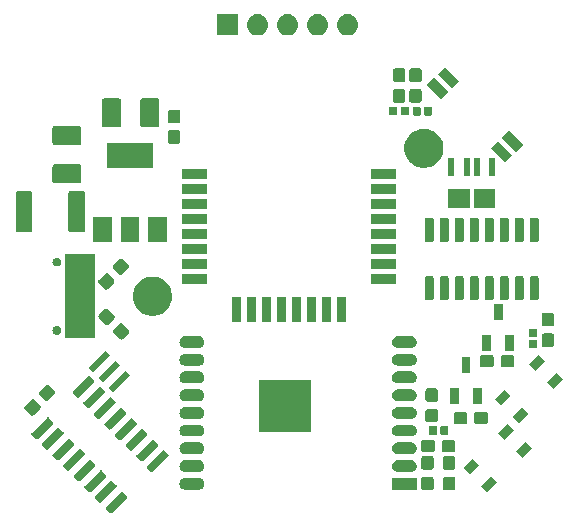
<source format=gbr>
%TF.GenerationSoftware,KiCad,Pcbnew,(5.1.4-0-10_14)*%
%TF.CreationDate,2019-11-19T00:54:02+08:00*%
%TF.ProjectId,z2m_partner,7a326d5f-7061-4727-946e-65722e6b6963,rev?*%
%TF.SameCoordinates,Original*%
%TF.FileFunction,Soldermask,Top*%
%TF.FilePolarity,Negative*%
%FSLAX46Y46*%
G04 Gerber Fmt 4.6, Leading zero omitted, Abs format (unit mm)*
G04 Created by KiCad (PCBNEW (5.1.4-0-10_14)) date 2019-11-19 00:54:02*
%MOMM*%
%LPD*%
G04 APERTURE LIST*
%ADD10C,0.350000*%
G04 APERTURE END LIST*
D10*
G36*
X170548225Y-119412063D02*
G01*
X170569306Y-119418459D01*
X170588742Y-119428847D01*
X170610539Y-119446735D01*
X170938444Y-119774640D01*
X170956332Y-119796437D01*
X170966720Y-119815873D01*
X170973116Y-119836954D01*
X170975275Y-119858882D01*
X170973116Y-119880810D01*
X170966720Y-119901891D01*
X170956332Y-119921327D01*
X170938444Y-119943124D01*
X169655945Y-121225623D01*
X169634148Y-121243511D01*
X169614712Y-121253899D01*
X169593631Y-121260295D01*
X169571703Y-121262454D01*
X169549775Y-121260295D01*
X169528694Y-121253899D01*
X169509258Y-121243511D01*
X169487461Y-121225623D01*
X169159556Y-120897718D01*
X169141668Y-120875921D01*
X169131280Y-120856485D01*
X169124884Y-120835404D01*
X169122725Y-120813476D01*
X169124884Y-120791548D01*
X169131280Y-120770467D01*
X169141668Y-120751031D01*
X169159556Y-120729234D01*
X170442055Y-119446735D01*
X170463852Y-119428847D01*
X170483288Y-119418459D01*
X170504369Y-119412063D01*
X170526297Y-119409904D01*
X170548225Y-119412063D01*
X170548225Y-119412063D01*
G37*
G36*
X169650200Y-118514037D02*
G01*
X169671281Y-118520433D01*
X169690717Y-118530821D01*
X169712514Y-118548709D01*
X170040419Y-118876614D01*
X170058307Y-118898411D01*
X170068695Y-118917847D01*
X170075091Y-118938928D01*
X170077250Y-118960856D01*
X170075091Y-118982784D01*
X170068695Y-119003865D01*
X170058307Y-119023301D01*
X170040419Y-119045098D01*
X168757920Y-120327597D01*
X168736123Y-120345485D01*
X168716687Y-120355873D01*
X168695606Y-120362269D01*
X168673678Y-120364428D01*
X168651750Y-120362269D01*
X168630669Y-120355873D01*
X168611233Y-120345485D01*
X168589436Y-120327597D01*
X168261531Y-119999692D01*
X168243643Y-119977895D01*
X168233255Y-119958459D01*
X168226859Y-119937378D01*
X168224700Y-119915450D01*
X168226859Y-119893522D01*
X168233255Y-119872441D01*
X168243643Y-119853005D01*
X168261531Y-119831208D01*
X169544030Y-118548709D01*
X169565827Y-118530821D01*
X169585263Y-118520433D01*
X169606344Y-118514037D01*
X169628272Y-118511878D01*
X169650200Y-118514037D01*
X169650200Y-118514037D01*
G37*
G36*
X202277059Y-118671965D02*
G01*
X201462472Y-119486552D01*
X200930727Y-118954807D01*
X201745314Y-118140220D01*
X202277059Y-118671965D01*
X202277059Y-118671965D01*
G37*
G36*
X168752174Y-117616012D02*
G01*
X168773255Y-117622408D01*
X168792691Y-117632796D01*
X168814488Y-117650684D01*
X169142393Y-117978589D01*
X169160281Y-118000386D01*
X169170669Y-118019822D01*
X169177065Y-118040903D01*
X169179224Y-118062831D01*
X169177065Y-118084759D01*
X169170669Y-118105840D01*
X169160281Y-118125276D01*
X169142393Y-118147073D01*
X167859894Y-119429572D01*
X167838097Y-119447460D01*
X167818661Y-119457848D01*
X167797580Y-119464244D01*
X167775652Y-119466403D01*
X167753724Y-119464244D01*
X167732643Y-119457848D01*
X167713207Y-119447460D01*
X167691410Y-119429572D01*
X167363505Y-119101667D01*
X167345617Y-119079870D01*
X167335229Y-119060434D01*
X167328833Y-119039353D01*
X167326674Y-119017425D01*
X167328833Y-118995497D01*
X167335229Y-118974416D01*
X167345617Y-118954980D01*
X167363505Y-118933183D01*
X168646004Y-117650684D01*
X168667801Y-117632796D01*
X168687237Y-117622408D01*
X168708318Y-117616012D01*
X168730246Y-117613853D01*
X168752174Y-117616012D01*
X168752174Y-117616012D01*
G37*
G36*
X196744499Y-118168445D02*
G01*
X196781995Y-118179820D01*
X196816554Y-118198292D01*
X196846847Y-118223153D01*
X196871708Y-118253446D01*
X196890180Y-118288005D01*
X196901555Y-118325501D01*
X196906000Y-118370638D01*
X196906000Y-119109362D01*
X196901555Y-119154499D01*
X196890180Y-119191995D01*
X196871708Y-119226554D01*
X196846847Y-119256847D01*
X196816554Y-119281708D01*
X196781995Y-119300180D01*
X196744499Y-119311555D01*
X196699362Y-119316000D01*
X196060638Y-119316000D01*
X196015501Y-119311555D01*
X195978005Y-119300180D01*
X195943446Y-119281708D01*
X195913153Y-119256847D01*
X195888292Y-119226554D01*
X195869820Y-119191995D01*
X195858445Y-119154499D01*
X195854000Y-119109362D01*
X195854000Y-118370638D01*
X195858445Y-118325501D01*
X195869820Y-118288005D01*
X195888292Y-118253446D01*
X195913153Y-118223153D01*
X195943446Y-118198292D01*
X195978005Y-118179820D01*
X196015501Y-118168445D01*
X196060638Y-118164000D01*
X196699362Y-118164000D01*
X196744499Y-118168445D01*
X196744499Y-118168445D01*
G37*
G36*
X198584499Y-118158445D02*
G01*
X198621995Y-118169820D01*
X198656554Y-118188292D01*
X198686847Y-118213153D01*
X198711708Y-118243446D01*
X198730180Y-118278005D01*
X198741555Y-118315501D01*
X198746000Y-118360638D01*
X198746000Y-119099362D01*
X198741555Y-119144499D01*
X198730180Y-119181995D01*
X198711708Y-119216554D01*
X198686847Y-119246847D01*
X198656554Y-119271708D01*
X198621995Y-119290180D01*
X198584499Y-119301555D01*
X198539362Y-119306000D01*
X197900638Y-119306000D01*
X197855501Y-119301555D01*
X197818005Y-119290180D01*
X197783446Y-119271708D01*
X197753153Y-119246847D01*
X197728292Y-119216554D01*
X197709820Y-119181995D01*
X197698445Y-119144499D01*
X197694000Y-119099362D01*
X197694000Y-118360638D01*
X197698445Y-118315501D01*
X197709820Y-118278005D01*
X197728292Y-118243446D01*
X197753153Y-118213153D01*
X197783446Y-118188292D01*
X197818005Y-118169820D01*
X197855501Y-118158445D01*
X197900638Y-118154000D01*
X198539362Y-118154000D01*
X198584499Y-118158445D01*
X198584499Y-118158445D01*
G37*
G36*
X177085213Y-118251249D02*
G01*
X177179652Y-118279897D01*
X177266687Y-118326418D01*
X177342975Y-118389025D01*
X177405582Y-118465313D01*
X177452103Y-118552348D01*
X177480751Y-118646787D01*
X177490424Y-118745000D01*
X177480751Y-118843213D01*
X177452103Y-118937652D01*
X177405582Y-119024687D01*
X177342975Y-119100975D01*
X177266687Y-119163582D01*
X177179652Y-119210103D01*
X177085213Y-119238751D01*
X177011612Y-119246000D01*
X175862388Y-119246000D01*
X175788787Y-119238751D01*
X175694348Y-119210103D01*
X175607313Y-119163582D01*
X175531025Y-119100975D01*
X175468418Y-119024687D01*
X175421897Y-118937652D01*
X175393249Y-118843213D01*
X175383576Y-118745000D01*
X175393249Y-118646787D01*
X175421897Y-118552348D01*
X175468418Y-118465313D01*
X175531025Y-118389025D01*
X175607313Y-118326418D01*
X175694348Y-118279897D01*
X175788787Y-118251249D01*
X175862388Y-118244000D01*
X177011612Y-118244000D01*
X177085213Y-118251249D01*
X177085213Y-118251249D01*
G37*
G36*
X195488000Y-119246000D02*
G01*
X193386000Y-119246000D01*
X193386000Y-118244000D01*
X195488000Y-118244000D01*
X195488000Y-119246000D01*
X195488000Y-119246000D01*
G37*
G36*
X167854149Y-116717986D02*
G01*
X167875230Y-116724382D01*
X167894666Y-116734770D01*
X167916463Y-116752658D01*
X168244368Y-117080563D01*
X168262256Y-117102360D01*
X168272644Y-117121796D01*
X168279040Y-117142877D01*
X168281199Y-117164805D01*
X168279040Y-117186733D01*
X168272644Y-117207814D01*
X168262256Y-117227250D01*
X168244368Y-117249047D01*
X166961869Y-118531546D01*
X166940072Y-118549434D01*
X166920636Y-118559822D01*
X166899555Y-118566218D01*
X166877627Y-118568377D01*
X166855699Y-118566218D01*
X166834618Y-118559822D01*
X166815182Y-118549434D01*
X166793385Y-118531546D01*
X166465480Y-118203641D01*
X166447592Y-118181844D01*
X166437204Y-118162408D01*
X166430808Y-118141327D01*
X166428649Y-118119399D01*
X166430808Y-118097471D01*
X166437204Y-118076390D01*
X166447592Y-118056954D01*
X166465480Y-118035157D01*
X167747979Y-116752658D01*
X167769776Y-116734770D01*
X167789212Y-116724382D01*
X167810293Y-116717986D01*
X167832221Y-116715827D01*
X167854149Y-116717986D01*
X167854149Y-116717986D01*
G37*
G36*
X200756780Y-117151686D02*
G01*
X199942193Y-117966273D01*
X199410448Y-117434528D01*
X200225035Y-116619941D01*
X200756780Y-117151686D01*
X200756780Y-117151686D01*
G37*
G36*
X174048404Y-115911884D02*
G01*
X174069485Y-115918280D01*
X174088921Y-115928668D01*
X174110718Y-115946556D01*
X174438623Y-116274461D01*
X174456511Y-116296258D01*
X174466899Y-116315694D01*
X174473295Y-116336775D01*
X174475454Y-116358703D01*
X174473295Y-116380631D01*
X174466899Y-116401712D01*
X174456511Y-116421148D01*
X174438623Y-116442945D01*
X173156124Y-117725444D01*
X173134327Y-117743332D01*
X173114891Y-117753720D01*
X173093810Y-117760116D01*
X173071882Y-117762275D01*
X173049954Y-117760116D01*
X173028873Y-117753720D01*
X173009437Y-117743332D01*
X172987640Y-117725444D01*
X172659735Y-117397539D01*
X172641847Y-117375742D01*
X172631459Y-117356306D01*
X172625063Y-117335225D01*
X172622904Y-117313297D01*
X172625063Y-117291369D01*
X172631459Y-117270288D01*
X172641847Y-117250852D01*
X172659735Y-117229055D01*
X173942234Y-115946556D01*
X173964031Y-115928668D01*
X173983467Y-115918280D01*
X174004548Y-115911884D01*
X174026476Y-115909725D01*
X174048404Y-115911884D01*
X174048404Y-115911884D01*
G37*
G36*
X177085213Y-116751249D02*
G01*
X177179652Y-116779897D01*
X177266687Y-116826418D01*
X177342975Y-116889025D01*
X177405582Y-116965313D01*
X177452103Y-117052348D01*
X177480751Y-117146787D01*
X177490424Y-117245000D01*
X177480751Y-117343213D01*
X177452103Y-117437652D01*
X177405582Y-117524687D01*
X177342975Y-117600975D01*
X177266687Y-117663582D01*
X177179652Y-117710103D01*
X177085213Y-117738751D01*
X177011612Y-117746000D01*
X175862388Y-117746000D01*
X175788787Y-117738751D01*
X175694348Y-117710103D01*
X175607313Y-117663582D01*
X175531025Y-117600975D01*
X175468418Y-117524687D01*
X175421897Y-117437652D01*
X175393249Y-117343213D01*
X175383576Y-117245000D01*
X175393249Y-117146787D01*
X175421897Y-117052348D01*
X175468418Y-116965313D01*
X175531025Y-116889025D01*
X175607313Y-116826418D01*
X175694348Y-116779897D01*
X175788787Y-116751249D01*
X175862388Y-116744000D01*
X177011612Y-116744000D01*
X177085213Y-116751249D01*
X177085213Y-116751249D01*
G37*
G36*
X195085213Y-116751249D02*
G01*
X195179652Y-116779897D01*
X195266687Y-116826418D01*
X195342975Y-116889025D01*
X195405582Y-116965313D01*
X195452103Y-117052348D01*
X195480751Y-117146787D01*
X195490424Y-117245000D01*
X195480751Y-117343213D01*
X195452103Y-117437652D01*
X195405582Y-117524687D01*
X195342975Y-117600975D01*
X195266687Y-117663582D01*
X195179652Y-117710103D01*
X195085213Y-117738751D01*
X195011612Y-117746000D01*
X193862388Y-117746000D01*
X193788787Y-117738751D01*
X193694348Y-117710103D01*
X193607313Y-117663582D01*
X193531025Y-117600975D01*
X193468418Y-117524687D01*
X193421897Y-117437652D01*
X193393249Y-117343213D01*
X193383576Y-117245000D01*
X193393249Y-117146787D01*
X193421897Y-117052348D01*
X193468418Y-116965313D01*
X193531025Y-116889025D01*
X193607313Y-116826418D01*
X193694348Y-116779897D01*
X193788787Y-116751249D01*
X193862388Y-116744000D01*
X195011612Y-116744000D01*
X195085213Y-116751249D01*
X195085213Y-116751249D01*
G37*
G36*
X166956123Y-115819960D02*
G01*
X166977204Y-115826356D01*
X166996640Y-115836744D01*
X167018437Y-115854632D01*
X167346342Y-116182537D01*
X167364230Y-116204334D01*
X167374618Y-116223770D01*
X167381014Y-116244851D01*
X167383173Y-116266779D01*
X167381014Y-116288707D01*
X167374618Y-116309788D01*
X167364230Y-116329224D01*
X167346342Y-116351021D01*
X166063843Y-117633520D01*
X166042046Y-117651408D01*
X166022610Y-117661796D01*
X166001529Y-117668192D01*
X165979601Y-117670351D01*
X165957673Y-117668192D01*
X165936592Y-117661796D01*
X165917156Y-117651408D01*
X165895359Y-117633520D01*
X165567454Y-117305615D01*
X165549566Y-117283818D01*
X165539178Y-117264382D01*
X165532782Y-117243301D01*
X165530623Y-117221373D01*
X165532782Y-117199445D01*
X165539178Y-117178364D01*
X165549566Y-117158928D01*
X165567454Y-117137131D01*
X166849953Y-115854632D01*
X166871750Y-115836744D01*
X166891186Y-115826356D01*
X166912267Y-115819960D01*
X166934195Y-115817801D01*
X166956123Y-115819960D01*
X166956123Y-115819960D01*
G37*
G36*
X196744499Y-116418445D02*
G01*
X196781995Y-116429820D01*
X196816554Y-116448292D01*
X196846847Y-116473153D01*
X196871708Y-116503446D01*
X196890180Y-116538005D01*
X196901555Y-116575501D01*
X196906000Y-116620638D01*
X196906000Y-117359362D01*
X196901555Y-117404499D01*
X196890180Y-117441995D01*
X196871708Y-117476554D01*
X196846847Y-117506847D01*
X196816554Y-117531708D01*
X196781995Y-117550180D01*
X196744499Y-117561555D01*
X196699362Y-117566000D01*
X196060638Y-117566000D01*
X196015501Y-117561555D01*
X195978005Y-117550180D01*
X195943446Y-117531708D01*
X195913153Y-117506847D01*
X195888292Y-117476554D01*
X195869820Y-117441995D01*
X195858445Y-117404499D01*
X195854000Y-117359362D01*
X195854000Y-116620638D01*
X195858445Y-116575501D01*
X195869820Y-116538005D01*
X195888292Y-116503446D01*
X195913153Y-116473153D01*
X195943446Y-116448292D01*
X195978005Y-116429820D01*
X196015501Y-116418445D01*
X196060638Y-116414000D01*
X196699362Y-116414000D01*
X196744499Y-116418445D01*
X196744499Y-116418445D01*
G37*
G36*
X198584499Y-116408445D02*
G01*
X198621995Y-116419820D01*
X198656554Y-116438292D01*
X198686847Y-116463153D01*
X198711708Y-116493446D01*
X198730180Y-116528005D01*
X198741555Y-116565501D01*
X198746000Y-116610638D01*
X198746000Y-117349362D01*
X198741555Y-117394499D01*
X198730180Y-117431995D01*
X198711708Y-117466554D01*
X198686847Y-117496847D01*
X198656554Y-117521708D01*
X198621995Y-117540180D01*
X198584499Y-117551555D01*
X198539362Y-117556000D01*
X197900638Y-117556000D01*
X197855501Y-117551555D01*
X197818005Y-117540180D01*
X197783446Y-117521708D01*
X197753153Y-117496847D01*
X197728292Y-117466554D01*
X197709820Y-117431995D01*
X197698445Y-117394499D01*
X197694000Y-117349362D01*
X197694000Y-116610638D01*
X197698445Y-116565501D01*
X197709820Y-116528005D01*
X197728292Y-116493446D01*
X197753153Y-116463153D01*
X197783446Y-116438292D01*
X197818005Y-116419820D01*
X197855501Y-116408445D01*
X197900638Y-116404000D01*
X198539362Y-116404000D01*
X198584499Y-116408445D01*
X198584499Y-116408445D01*
G37*
G36*
X173150378Y-115013859D02*
G01*
X173171459Y-115020255D01*
X173190895Y-115030643D01*
X173212692Y-115048531D01*
X173540597Y-115376436D01*
X173558485Y-115398233D01*
X173568873Y-115417669D01*
X173575269Y-115438750D01*
X173577428Y-115460678D01*
X173575269Y-115482606D01*
X173568873Y-115503687D01*
X173558485Y-115523123D01*
X173540597Y-115544920D01*
X172258098Y-116827419D01*
X172236301Y-116845307D01*
X172216865Y-116855695D01*
X172195784Y-116862091D01*
X172173856Y-116864250D01*
X172151928Y-116862091D01*
X172130847Y-116855695D01*
X172111411Y-116845307D01*
X172089614Y-116827419D01*
X171761709Y-116499514D01*
X171743821Y-116477717D01*
X171733433Y-116458281D01*
X171727037Y-116437200D01*
X171724878Y-116415272D01*
X171727037Y-116393344D01*
X171733433Y-116372263D01*
X171743821Y-116352827D01*
X171761709Y-116331030D01*
X173044208Y-115048531D01*
X173066005Y-115030643D01*
X173085441Y-115020255D01*
X173106522Y-115013859D01*
X173128450Y-115011700D01*
X173150378Y-115013859D01*
X173150378Y-115013859D01*
G37*
G36*
X166058097Y-114921935D02*
G01*
X166079178Y-114928331D01*
X166098614Y-114938719D01*
X166120411Y-114956607D01*
X166448316Y-115284512D01*
X166466204Y-115306309D01*
X166476592Y-115325745D01*
X166482988Y-115346826D01*
X166485147Y-115368754D01*
X166482988Y-115390682D01*
X166476592Y-115411763D01*
X166466204Y-115431199D01*
X166448316Y-115452996D01*
X165165817Y-116735495D01*
X165144020Y-116753383D01*
X165124584Y-116763771D01*
X165103503Y-116770167D01*
X165081575Y-116772326D01*
X165059647Y-116770167D01*
X165038566Y-116763771D01*
X165019130Y-116753383D01*
X164997333Y-116735495D01*
X164669428Y-116407590D01*
X164651540Y-116385793D01*
X164641152Y-116366357D01*
X164634756Y-116345276D01*
X164632597Y-116323348D01*
X164634756Y-116301420D01*
X164641152Y-116280339D01*
X164651540Y-116260903D01*
X164669428Y-116239106D01*
X165951927Y-114956607D01*
X165973724Y-114938719D01*
X165993160Y-114928331D01*
X166014241Y-114921935D01*
X166036169Y-114919776D01*
X166058097Y-114921935D01*
X166058097Y-114921935D01*
G37*
G36*
X205211552Y-115737472D02*
G01*
X204396965Y-116552059D01*
X203865220Y-116020314D01*
X204679807Y-115205727D01*
X205211552Y-115737472D01*
X205211552Y-115737472D01*
G37*
G36*
X177085213Y-115251249D02*
G01*
X177179652Y-115279897D01*
X177266687Y-115326418D01*
X177342975Y-115389025D01*
X177405582Y-115465313D01*
X177452103Y-115552348D01*
X177480751Y-115646787D01*
X177490424Y-115745000D01*
X177480751Y-115843213D01*
X177452103Y-115937652D01*
X177405582Y-116024687D01*
X177342975Y-116100975D01*
X177266687Y-116163582D01*
X177179652Y-116210103D01*
X177085213Y-116238751D01*
X177011612Y-116246000D01*
X175862388Y-116246000D01*
X175788787Y-116238751D01*
X175694348Y-116210103D01*
X175607313Y-116163582D01*
X175531025Y-116100975D01*
X175468418Y-116024687D01*
X175421897Y-115937652D01*
X175393249Y-115843213D01*
X175383576Y-115745000D01*
X175393249Y-115646787D01*
X175421897Y-115552348D01*
X175468418Y-115465313D01*
X175531025Y-115389025D01*
X175607313Y-115326418D01*
X175694348Y-115279897D01*
X175788787Y-115251249D01*
X175862388Y-115244000D01*
X177011612Y-115244000D01*
X177085213Y-115251249D01*
X177085213Y-115251249D01*
G37*
G36*
X195085213Y-115251249D02*
G01*
X195179652Y-115279897D01*
X195266687Y-115326418D01*
X195342975Y-115389025D01*
X195405582Y-115465313D01*
X195452103Y-115552348D01*
X195480751Y-115646787D01*
X195490424Y-115745000D01*
X195480751Y-115843213D01*
X195452103Y-115937652D01*
X195405582Y-116024687D01*
X195342975Y-116100975D01*
X195266687Y-116163582D01*
X195179652Y-116210103D01*
X195085213Y-116238751D01*
X195011612Y-116246000D01*
X193862388Y-116246000D01*
X193788787Y-116238751D01*
X193694348Y-116210103D01*
X193607313Y-116163582D01*
X193531025Y-116100975D01*
X193468418Y-116024687D01*
X193421897Y-115937652D01*
X193393249Y-115843213D01*
X193383576Y-115745000D01*
X193393249Y-115646787D01*
X193421897Y-115552348D01*
X193468418Y-115465313D01*
X193531025Y-115389025D01*
X193607313Y-115326418D01*
X193694348Y-115279897D01*
X193788787Y-115251249D01*
X193862388Y-115244000D01*
X195011612Y-115244000D01*
X195085213Y-115251249D01*
X195085213Y-115251249D01*
G37*
G36*
X196844499Y-115058445D02*
G01*
X196881995Y-115069820D01*
X196916554Y-115088292D01*
X196946847Y-115113153D01*
X196971708Y-115143446D01*
X196990180Y-115178005D01*
X197001555Y-115215501D01*
X197006000Y-115260638D01*
X197006000Y-115899362D01*
X197001555Y-115944499D01*
X196990180Y-115981995D01*
X196971708Y-116016554D01*
X196946847Y-116046847D01*
X196916554Y-116071708D01*
X196881995Y-116090180D01*
X196844499Y-116101555D01*
X196799362Y-116106000D01*
X196060638Y-116106000D01*
X196015501Y-116101555D01*
X195978005Y-116090180D01*
X195943446Y-116071708D01*
X195913153Y-116046847D01*
X195888292Y-116016554D01*
X195869820Y-115981995D01*
X195858445Y-115944499D01*
X195854000Y-115899362D01*
X195854000Y-115260638D01*
X195858445Y-115215501D01*
X195869820Y-115178005D01*
X195888292Y-115143446D01*
X195913153Y-115113153D01*
X195943446Y-115088292D01*
X195978005Y-115069820D01*
X196015501Y-115058445D01*
X196060638Y-115054000D01*
X196799362Y-115054000D01*
X196844499Y-115058445D01*
X196844499Y-115058445D01*
G37*
G36*
X198594499Y-115058445D02*
G01*
X198631995Y-115069820D01*
X198666554Y-115088292D01*
X198696847Y-115113153D01*
X198721708Y-115143446D01*
X198740180Y-115178005D01*
X198751555Y-115215501D01*
X198756000Y-115260638D01*
X198756000Y-115899362D01*
X198751555Y-115944499D01*
X198740180Y-115981995D01*
X198721708Y-116016554D01*
X198696847Y-116046847D01*
X198666554Y-116071708D01*
X198631995Y-116090180D01*
X198594499Y-116101555D01*
X198549362Y-116106000D01*
X197810638Y-116106000D01*
X197765501Y-116101555D01*
X197728005Y-116090180D01*
X197693446Y-116071708D01*
X197663153Y-116046847D01*
X197638292Y-116016554D01*
X197619820Y-115981995D01*
X197608445Y-115944499D01*
X197604000Y-115899362D01*
X197604000Y-115260638D01*
X197608445Y-115215501D01*
X197619820Y-115178005D01*
X197638292Y-115143446D01*
X197663153Y-115113153D01*
X197693446Y-115088292D01*
X197728005Y-115069820D01*
X197765501Y-115058445D01*
X197810638Y-115054000D01*
X198549362Y-115054000D01*
X198594499Y-115058445D01*
X198594499Y-115058445D01*
G37*
G36*
X172252353Y-114115833D02*
G01*
X172273434Y-114122229D01*
X172292870Y-114132617D01*
X172314667Y-114150505D01*
X172642572Y-114478410D01*
X172660460Y-114500207D01*
X172670848Y-114519643D01*
X172677244Y-114540724D01*
X172679403Y-114562652D01*
X172677244Y-114584580D01*
X172670848Y-114605661D01*
X172660460Y-114625097D01*
X172642572Y-114646894D01*
X171360073Y-115929393D01*
X171338276Y-115947281D01*
X171318840Y-115957669D01*
X171297759Y-115964065D01*
X171275831Y-115966224D01*
X171253903Y-115964065D01*
X171232822Y-115957669D01*
X171213386Y-115947281D01*
X171191589Y-115929393D01*
X170863684Y-115601488D01*
X170845796Y-115579691D01*
X170835408Y-115560255D01*
X170829012Y-115539174D01*
X170826853Y-115517246D01*
X170829012Y-115495318D01*
X170835408Y-115474237D01*
X170845796Y-115454801D01*
X170863684Y-115433004D01*
X172146183Y-114150505D01*
X172167980Y-114132617D01*
X172187416Y-114122229D01*
X172208497Y-114115833D01*
X172230425Y-114113674D01*
X172252353Y-114115833D01*
X172252353Y-114115833D01*
G37*
G36*
X165160072Y-114023909D02*
G01*
X165181153Y-114030305D01*
X165200589Y-114040693D01*
X165222386Y-114058581D01*
X165550291Y-114386486D01*
X165568179Y-114408283D01*
X165578567Y-114427719D01*
X165584963Y-114448800D01*
X165587122Y-114470728D01*
X165584963Y-114492656D01*
X165578567Y-114513737D01*
X165568179Y-114533173D01*
X165550291Y-114554970D01*
X164267792Y-115837469D01*
X164245995Y-115855357D01*
X164226559Y-115865745D01*
X164205478Y-115872141D01*
X164183550Y-115874300D01*
X164161622Y-115872141D01*
X164140541Y-115865745D01*
X164121105Y-115855357D01*
X164099308Y-115837469D01*
X163771403Y-115509564D01*
X163753515Y-115487767D01*
X163743127Y-115468331D01*
X163736731Y-115447250D01*
X163734572Y-115425322D01*
X163736731Y-115403394D01*
X163743127Y-115382313D01*
X163753515Y-115362877D01*
X163771403Y-115341080D01*
X165053902Y-114058581D01*
X165075699Y-114040693D01*
X165095135Y-114030305D01*
X165116216Y-114023909D01*
X165138144Y-114021750D01*
X165160072Y-114023909D01*
X165160072Y-114023909D01*
G37*
G36*
X171354327Y-113217808D02*
G01*
X171375408Y-113224204D01*
X171394844Y-113234592D01*
X171416641Y-113252480D01*
X171744546Y-113580385D01*
X171762434Y-113602182D01*
X171772822Y-113621618D01*
X171779218Y-113642699D01*
X171781377Y-113664627D01*
X171779218Y-113686555D01*
X171772822Y-113707636D01*
X171762434Y-113727072D01*
X171744546Y-113748869D01*
X170462047Y-115031368D01*
X170440250Y-115049256D01*
X170420814Y-115059644D01*
X170399733Y-115066040D01*
X170377805Y-115068199D01*
X170355877Y-115066040D01*
X170334796Y-115059644D01*
X170315360Y-115049256D01*
X170293563Y-115031368D01*
X169965658Y-114703463D01*
X169947770Y-114681666D01*
X169937382Y-114662230D01*
X169930986Y-114641149D01*
X169928827Y-114619221D01*
X169930986Y-114597293D01*
X169937382Y-114576212D01*
X169947770Y-114556776D01*
X169965658Y-114534979D01*
X171248157Y-113252480D01*
X171269954Y-113234592D01*
X171289390Y-113224204D01*
X171310471Y-113217808D01*
X171332399Y-113215649D01*
X171354327Y-113217808D01*
X171354327Y-113217808D01*
G37*
G36*
X203691273Y-114217193D02*
G01*
X202876686Y-115031780D01*
X202344941Y-114500035D01*
X203159528Y-113685448D01*
X203691273Y-114217193D01*
X203691273Y-114217193D01*
G37*
G36*
X164262046Y-113125884D02*
G01*
X164283127Y-113132280D01*
X164302563Y-113142668D01*
X164324360Y-113160556D01*
X164652265Y-113488461D01*
X164670153Y-113510258D01*
X164680541Y-113529694D01*
X164686937Y-113550775D01*
X164689096Y-113572703D01*
X164686937Y-113594631D01*
X164680541Y-113615712D01*
X164670153Y-113635148D01*
X164652265Y-113656945D01*
X163369766Y-114939444D01*
X163347969Y-114957332D01*
X163328533Y-114967720D01*
X163307452Y-114974116D01*
X163285524Y-114976275D01*
X163263596Y-114974116D01*
X163242515Y-114967720D01*
X163223079Y-114957332D01*
X163201282Y-114939444D01*
X162873377Y-114611539D01*
X162855489Y-114589742D01*
X162845101Y-114570306D01*
X162838705Y-114549225D01*
X162836546Y-114527297D01*
X162838705Y-114505369D01*
X162845101Y-114484288D01*
X162855489Y-114464852D01*
X162873377Y-114443055D01*
X164155876Y-113160556D01*
X164177673Y-113142668D01*
X164197109Y-113132280D01*
X164218190Y-113125884D01*
X164240118Y-113123725D01*
X164262046Y-113125884D01*
X164262046Y-113125884D01*
G37*
G36*
X177085213Y-113751249D02*
G01*
X177179652Y-113779897D01*
X177266687Y-113826418D01*
X177342975Y-113889025D01*
X177405582Y-113965313D01*
X177452103Y-114052348D01*
X177480751Y-114146787D01*
X177490424Y-114245000D01*
X177480751Y-114343213D01*
X177452103Y-114437652D01*
X177405582Y-114524687D01*
X177342975Y-114600975D01*
X177266687Y-114663582D01*
X177179652Y-114710103D01*
X177085213Y-114738751D01*
X177011612Y-114746000D01*
X175862388Y-114746000D01*
X175788787Y-114738751D01*
X175694348Y-114710103D01*
X175607313Y-114663582D01*
X175531025Y-114600975D01*
X175468418Y-114524687D01*
X175421897Y-114437652D01*
X175393249Y-114343213D01*
X175383576Y-114245000D01*
X175393249Y-114146787D01*
X175421897Y-114052348D01*
X175468418Y-113965313D01*
X175531025Y-113889025D01*
X175607313Y-113826418D01*
X175694348Y-113779897D01*
X175788787Y-113751249D01*
X175862388Y-113744000D01*
X177011612Y-113744000D01*
X177085213Y-113751249D01*
X177085213Y-113751249D01*
G37*
G36*
X195085213Y-113751249D02*
G01*
X195179652Y-113779897D01*
X195266687Y-113826418D01*
X195342975Y-113889025D01*
X195405582Y-113965313D01*
X195452103Y-114052348D01*
X195480751Y-114146787D01*
X195490424Y-114245000D01*
X195480751Y-114343213D01*
X195452103Y-114437652D01*
X195405582Y-114524687D01*
X195342975Y-114600975D01*
X195266687Y-114663582D01*
X195179652Y-114710103D01*
X195085213Y-114738751D01*
X195011612Y-114746000D01*
X193862388Y-114746000D01*
X193788787Y-114738751D01*
X193694348Y-114710103D01*
X193607313Y-114663582D01*
X193531025Y-114600975D01*
X193468418Y-114524687D01*
X193421897Y-114437652D01*
X193393249Y-114343213D01*
X193383576Y-114245000D01*
X193393249Y-114146787D01*
X193421897Y-114052348D01*
X193468418Y-113965313D01*
X193531025Y-113889025D01*
X193607313Y-113826418D01*
X193694348Y-113779897D01*
X193788787Y-113751249D01*
X193862388Y-113744000D01*
X195011612Y-113744000D01*
X195085213Y-113751249D01*
X195085213Y-113751249D01*
G37*
G36*
X197101938Y-113871716D02*
G01*
X197122557Y-113877971D01*
X197141553Y-113888124D01*
X197158208Y-113901792D01*
X197171876Y-113918447D01*
X197182029Y-113937443D01*
X197188284Y-113958062D01*
X197191000Y-113985640D01*
X197191000Y-114494360D01*
X197188284Y-114521938D01*
X197182029Y-114542557D01*
X197171876Y-114561553D01*
X197158208Y-114578208D01*
X197141553Y-114591876D01*
X197122557Y-114602029D01*
X197101938Y-114608284D01*
X197074360Y-114611000D01*
X196615640Y-114611000D01*
X196588062Y-114608284D01*
X196567443Y-114602029D01*
X196548447Y-114591876D01*
X196531792Y-114578208D01*
X196518124Y-114561553D01*
X196507971Y-114542557D01*
X196501716Y-114521938D01*
X196499000Y-114494360D01*
X196499000Y-113985640D01*
X196501716Y-113958062D01*
X196507971Y-113937443D01*
X196518124Y-113918447D01*
X196531792Y-113901792D01*
X196548447Y-113888124D01*
X196567443Y-113877971D01*
X196588062Y-113871716D01*
X196615640Y-113869000D01*
X197074360Y-113869000D01*
X197101938Y-113871716D01*
X197101938Y-113871716D01*
G37*
G36*
X198071938Y-113871716D02*
G01*
X198092557Y-113877971D01*
X198111553Y-113888124D01*
X198128208Y-113901792D01*
X198141876Y-113918447D01*
X198152029Y-113937443D01*
X198158284Y-113958062D01*
X198161000Y-113985640D01*
X198161000Y-114494360D01*
X198158284Y-114521938D01*
X198152029Y-114542557D01*
X198141876Y-114561553D01*
X198128208Y-114578208D01*
X198111553Y-114591876D01*
X198092557Y-114602029D01*
X198071938Y-114608284D01*
X198044360Y-114611000D01*
X197585640Y-114611000D01*
X197558062Y-114608284D01*
X197537443Y-114602029D01*
X197518447Y-114591876D01*
X197501792Y-114578208D01*
X197488124Y-114561553D01*
X197477971Y-114542557D01*
X197471716Y-114521938D01*
X197469000Y-114494360D01*
X197469000Y-113985640D01*
X197471716Y-113958062D01*
X197477971Y-113937443D01*
X197488124Y-113918447D01*
X197501792Y-113901792D01*
X197518447Y-113888124D01*
X197537443Y-113877971D01*
X197558062Y-113871716D01*
X197585640Y-113869000D01*
X198044360Y-113869000D01*
X198071938Y-113871716D01*
X198071938Y-113871716D01*
G37*
G36*
X186518000Y-114366000D02*
G01*
X182116000Y-114366000D01*
X182116000Y-109964000D01*
X186518000Y-109964000D01*
X186518000Y-114366000D01*
X186518000Y-114366000D01*
G37*
G36*
X170456301Y-112319782D02*
G01*
X170477382Y-112326178D01*
X170496818Y-112336566D01*
X170518615Y-112354454D01*
X170846520Y-112682359D01*
X170864408Y-112704156D01*
X170874796Y-112723592D01*
X170881192Y-112744673D01*
X170883351Y-112766601D01*
X170881192Y-112788529D01*
X170874796Y-112809610D01*
X170864408Y-112829046D01*
X170846520Y-112850843D01*
X169564021Y-114133342D01*
X169542224Y-114151230D01*
X169522788Y-114161618D01*
X169501707Y-114168014D01*
X169479779Y-114170173D01*
X169457851Y-114168014D01*
X169436770Y-114161618D01*
X169417334Y-114151230D01*
X169395537Y-114133342D01*
X169067632Y-113805437D01*
X169049744Y-113783640D01*
X169039356Y-113764204D01*
X169032960Y-113743123D01*
X169030801Y-113721195D01*
X169032960Y-113699267D01*
X169039356Y-113678186D01*
X169049744Y-113658750D01*
X169067632Y-113636953D01*
X170350131Y-112354454D01*
X170371928Y-112336566D01*
X170391364Y-112326178D01*
X170412445Y-112319782D01*
X170434373Y-112317623D01*
X170456301Y-112319782D01*
X170456301Y-112319782D01*
G37*
G36*
X201329499Y-112678445D02*
G01*
X201366995Y-112689820D01*
X201401554Y-112708292D01*
X201431847Y-112733153D01*
X201456708Y-112763446D01*
X201475180Y-112798005D01*
X201486555Y-112835501D01*
X201491000Y-112880638D01*
X201491000Y-113519362D01*
X201486555Y-113564499D01*
X201475180Y-113601995D01*
X201456708Y-113636554D01*
X201431847Y-113666847D01*
X201401554Y-113691708D01*
X201366995Y-113710180D01*
X201329499Y-113721555D01*
X201284362Y-113726000D01*
X200545638Y-113726000D01*
X200500501Y-113721555D01*
X200463005Y-113710180D01*
X200428446Y-113691708D01*
X200398153Y-113666847D01*
X200373292Y-113636554D01*
X200354820Y-113601995D01*
X200343445Y-113564499D01*
X200339000Y-113519362D01*
X200339000Y-112880638D01*
X200343445Y-112835501D01*
X200354820Y-112798005D01*
X200373292Y-112763446D01*
X200398153Y-112733153D01*
X200428446Y-112708292D01*
X200463005Y-112689820D01*
X200500501Y-112678445D01*
X200545638Y-112674000D01*
X201284362Y-112674000D01*
X201329499Y-112678445D01*
X201329499Y-112678445D01*
G37*
G36*
X199579499Y-112678445D02*
G01*
X199616995Y-112689820D01*
X199651554Y-112708292D01*
X199681847Y-112733153D01*
X199706708Y-112763446D01*
X199725180Y-112798005D01*
X199736555Y-112835501D01*
X199741000Y-112880638D01*
X199741000Y-113519362D01*
X199736555Y-113564499D01*
X199725180Y-113601995D01*
X199706708Y-113636554D01*
X199681847Y-113666847D01*
X199651554Y-113691708D01*
X199616995Y-113710180D01*
X199579499Y-113721555D01*
X199534362Y-113726000D01*
X198795638Y-113726000D01*
X198750501Y-113721555D01*
X198713005Y-113710180D01*
X198678446Y-113691708D01*
X198648153Y-113666847D01*
X198623292Y-113636554D01*
X198604820Y-113601995D01*
X198593445Y-113564499D01*
X198589000Y-113519362D01*
X198589000Y-112880638D01*
X198593445Y-112835501D01*
X198604820Y-112798005D01*
X198623292Y-112763446D01*
X198648153Y-112733153D01*
X198678446Y-112708292D01*
X198713005Y-112689820D01*
X198750501Y-112678445D01*
X198795638Y-112674000D01*
X199534362Y-112674000D01*
X199579499Y-112678445D01*
X199579499Y-112678445D01*
G37*
G36*
X204944059Y-112829965D02*
G01*
X204129472Y-113644552D01*
X203597727Y-113112807D01*
X204412314Y-112298220D01*
X204944059Y-112829965D01*
X204944059Y-112829965D01*
G37*
G36*
X197104499Y-112423445D02*
G01*
X197141995Y-112434820D01*
X197176554Y-112453292D01*
X197206847Y-112478153D01*
X197231708Y-112508446D01*
X197250180Y-112543005D01*
X197261555Y-112580501D01*
X197266000Y-112625638D01*
X197266000Y-113364362D01*
X197261555Y-113409499D01*
X197250180Y-113446995D01*
X197231708Y-113481554D01*
X197206847Y-113511847D01*
X197176554Y-113536708D01*
X197141995Y-113555180D01*
X197104499Y-113566555D01*
X197059362Y-113571000D01*
X196420638Y-113571000D01*
X196375501Y-113566555D01*
X196338005Y-113555180D01*
X196303446Y-113536708D01*
X196273153Y-113511847D01*
X196248292Y-113481554D01*
X196229820Y-113446995D01*
X196218445Y-113409499D01*
X196214000Y-113364362D01*
X196214000Y-112625638D01*
X196218445Y-112580501D01*
X196229820Y-112543005D01*
X196248292Y-112508446D01*
X196273153Y-112478153D01*
X196303446Y-112453292D01*
X196338005Y-112434820D01*
X196375501Y-112423445D01*
X196420638Y-112419000D01*
X197059362Y-112419000D01*
X197104499Y-112423445D01*
X197104499Y-112423445D01*
G37*
G36*
X169558276Y-111421756D02*
G01*
X169579357Y-111428152D01*
X169598793Y-111438540D01*
X169620590Y-111456428D01*
X169948495Y-111784333D01*
X169966383Y-111806130D01*
X169976771Y-111825566D01*
X169983167Y-111846647D01*
X169985326Y-111868575D01*
X169983167Y-111890503D01*
X169976771Y-111911584D01*
X169966383Y-111931020D01*
X169948495Y-111952817D01*
X168665996Y-113235316D01*
X168644199Y-113253204D01*
X168624763Y-113263592D01*
X168603682Y-113269988D01*
X168581754Y-113272147D01*
X168559826Y-113269988D01*
X168538745Y-113263592D01*
X168519309Y-113253204D01*
X168497512Y-113235316D01*
X168169607Y-112907411D01*
X168151719Y-112885614D01*
X168141331Y-112866178D01*
X168134935Y-112845097D01*
X168132776Y-112823169D01*
X168134935Y-112801241D01*
X168141331Y-112780160D01*
X168151719Y-112760724D01*
X168169607Y-112738927D01*
X169452106Y-111456428D01*
X169473903Y-111438540D01*
X169493339Y-111428152D01*
X169514420Y-111421756D01*
X169536348Y-111419597D01*
X169558276Y-111421756D01*
X169558276Y-111421756D01*
G37*
G36*
X177085213Y-112251249D02*
G01*
X177179652Y-112279897D01*
X177266687Y-112326418D01*
X177342975Y-112389025D01*
X177405582Y-112465313D01*
X177452103Y-112552348D01*
X177480751Y-112646787D01*
X177490424Y-112745000D01*
X177480751Y-112843213D01*
X177452103Y-112937652D01*
X177405582Y-113024687D01*
X177342975Y-113100975D01*
X177266687Y-113163582D01*
X177179652Y-113210103D01*
X177085213Y-113238751D01*
X177011612Y-113246000D01*
X175862388Y-113246000D01*
X175788787Y-113238751D01*
X175694348Y-113210103D01*
X175607313Y-113163582D01*
X175531025Y-113100975D01*
X175468418Y-113024687D01*
X175421897Y-112937652D01*
X175393249Y-112843213D01*
X175383576Y-112745000D01*
X175393249Y-112646787D01*
X175421897Y-112552348D01*
X175468418Y-112465313D01*
X175531025Y-112389025D01*
X175607313Y-112326418D01*
X175694348Y-112279897D01*
X175788787Y-112251249D01*
X175862388Y-112244000D01*
X177011612Y-112244000D01*
X177085213Y-112251249D01*
X177085213Y-112251249D01*
G37*
G36*
X195085213Y-112251249D02*
G01*
X195179652Y-112279897D01*
X195266687Y-112326418D01*
X195342975Y-112389025D01*
X195405582Y-112465313D01*
X195452103Y-112552348D01*
X195480751Y-112646787D01*
X195490424Y-112745000D01*
X195480751Y-112843213D01*
X195452103Y-112937652D01*
X195405582Y-113024687D01*
X195342975Y-113100975D01*
X195266687Y-113163582D01*
X195179652Y-113210103D01*
X195085213Y-113238751D01*
X195011612Y-113246000D01*
X193862388Y-113246000D01*
X193788787Y-113238751D01*
X193694348Y-113210103D01*
X193607313Y-113163582D01*
X193531025Y-113100975D01*
X193468418Y-113024687D01*
X193421897Y-112937652D01*
X193393249Y-112843213D01*
X193383576Y-112745000D01*
X193393249Y-112646787D01*
X193421897Y-112552348D01*
X193468418Y-112465313D01*
X193531025Y-112389025D01*
X193607313Y-112326418D01*
X193694348Y-112279897D01*
X193788787Y-112251249D01*
X193862388Y-112244000D01*
X195011612Y-112244000D01*
X195085213Y-112251249D01*
X195085213Y-112251249D01*
G37*
G36*
X163015636Y-111596981D02*
G01*
X163053132Y-111608356D01*
X163087691Y-111626828D01*
X163122755Y-111655604D01*
X163574396Y-112107245D01*
X163603172Y-112142309D01*
X163621644Y-112176868D01*
X163633019Y-112214364D01*
X163636859Y-112253363D01*
X163633019Y-112292362D01*
X163621644Y-112329858D01*
X163603172Y-112364417D01*
X163574396Y-112399481D01*
X163052045Y-112921832D01*
X163016981Y-112950608D01*
X162982422Y-112969080D01*
X162944926Y-112980455D01*
X162905927Y-112984295D01*
X162866928Y-112980455D01*
X162829432Y-112969080D01*
X162794873Y-112950608D01*
X162759809Y-112921832D01*
X162308168Y-112470191D01*
X162279392Y-112435127D01*
X162260920Y-112400568D01*
X162249545Y-112363072D01*
X162245705Y-112324073D01*
X162249545Y-112285074D01*
X162260920Y-112247578D01*
X162279392Y-112213019D01*
X162308168Y-112177955D01*
X162830519Y-111655604D01*
X162865583Y-111626828D01*
X162900142Y-111608356D01*
X162937638Y-111596981D01*
X162976637Y-111593141D01*
X163015636Y-111596981D01*
X163015636Y-111596981D01*
G37*
G36*
X168660250Y-110523731D02*
G01*
X168681331Y-110530127D01*
X168700767Y-110540515D01*
X168722564Y-110558403D01*
X169050469Y-110886308D01*
X169068357Y-110908105D01*
X169078745Y-110927541D01*
X169085141Y-110948622D01*
X169087300Y-110970550D01*
X169085141Y-110992478D01*
X169078745Y-111013559D01*
X169068357Y-111032995D01*
X169050469Y-111054792D01*
X167767970Y-112337291D01*
X167746173Y-112355179D01*
X167726737Y-112365567D01*
X167705656Y-112371963D01*
X167683728Y-112374122D01*
X167661800Y-112371963D01*
X167640719Y-112365567D01*
X167621283Y-112355179D01*
X167599486Y-112337291D01*
X167271581Y-112009386D01*
X167253693Y-111987589D01*
X167243305Y-111968153D01*
X167236909Y-111947072D01*
X167234750Y-111925144D01*
X167236909Y-111903216D01*
X167243305Y-111882135D01*
X167253693Y-111862699D01*
X167271581Y-111840902D01*
X168554080Y-110558403D01*
X168575877Y-110540515D01*
X168595313Y-110530127D01*
X168616394Y-110523731D01*
X168638322Y-110521572D01*
X168660250Y-110523731D01*
X168660250Y-110523731D01*
G37*
G36*
X203423780Y-111309686D02*
G01*
X202609193Y-112124273D01*
X202077448Y-111592528D01*
X202892035Y-110777941D01*
X203423780Y-111309686D01*
X203423780Y-111309686D01*
G37*
G36*
X200976000Y-112001000D02*
G01*
X200224000Y-112001000D01*
X200224000Y-110679000D01*
X200976000Y-110679000D01*
X200976000Y-112001000D01*
X200976000Y-112001000D01*
G37*
G36*
X199076000Y-112001000D02*
G01*
X198324000Y-112001000D01*
X198324000Y-110679000D01*
X199076000Y-110679000D01*
X199076000Y-112001000D01*
X199076000Y-112001000D01*
G37*
G36*
X197104499Y-110673445D02*
G01*
X197141995Y-110684820D01*
X197176554Y-110703292D01*
X197206847Y-110728153D01*
X197231708Y-110758446D01*
X197250180Y-110793005D01*
X197261555Y-110830501D01*
X197266000Y-110875638D01*
X197266000Y-111614362D01*
X197261555Y-111659499D01*
X197250180Y-111696995D01*
X197231708Y-111731554D01*
X197206847Y-111761847D01*
X197176554Y-111786708D01*
X197141995Y-111805180D01*
X197104499Y-111816555D01*
X197059362Y-111821000D01*
X196420638Y-111821000D01*
X196375501Y-111816555D01*
X196338005Y-111805180D01*
X196303446Y-111786708D01*
X196273153Y-111761847D01*
X196248292Y-111731554D01*
X196229820Y-111696995D01*
X196218445Y-111659499D01*
X196214000Y-111614362D01*
X196214000Y-110875638D01*
X196218445Y-110830501D01*
X196229820Y-110793005D01*
X196248292Y-110758446D01*
X196273153Y-110728153D01*
X196303446Y-110703292D01*
X196338005Y-110684820D01*
X196375501Y-110673445D01*
X196420638Y-110669000D01*
X197059362Y-110669000D01*
X197104499Y-110673445D01*
X197104499Y-110673445D01*
G37*
G36*
X164253072Y-110359545D02*
G01*
X164290568Y-110370920D01*
X164325127Y-110389392D01*
X164360191Y-110418168D01*
X164811832Y-110869809D01*
X164840608Y-110904873D01*
X164859080Y-110939432D01*
X164870455Y-110976928D01*
X164874295Y-111015927D01*
X164870455Y-111054926D01*
X164859080Y-111092422D01*
X164840608Y-111126981D01*
X164811832Y-111162045D01*
X164289481Y-111684396D01*
X164254417Y-111713172D01*
X164219858Y-111731644D01*
X164182362Y-111743019D01*
X164143363Y-111746859D01*
X164104364Y-111743019D01*
X164066868Y-111731644D01*
X164032309Y-111713172D01*
X163997245Y-111684396D01*
X163545604Y-111232755D01*
X163516828Y-111197691D01*
X163498356Y-111163132D01*
X163486981Y-111125636D01*
X163483141Y-111086637D01*
X163486981Y-111047638D01*
X163498356Y-111010142D01*
X163516828Y-110975583D01*
X163545604Y-110940519D01*
X164067955Y-110418168D01*
X164103019Y-110389392D01*
X164137578Y-110370920D01*
X164175074Y-110359545D01*
X164214073Y-110355705D01*
X164253072Y-110359545D01*
X164253072Y-110359545D01*
G37*
G36*
X195085213Y-110751249D02*
G01*
X195179652Y-110779897D01*
X195266687Y-110826418D01*
X195342975Y-110889025D01*
X195405582Y-110965313D01*
X195452103Y-111052348D01*
X195480751Y-111146787D01*
X195490424Y-111245000D01*
X195480751Y-111343213D01*
X195452103Y-111437652D01*
X195405582Y-111524687D01*
X195342975Y-111600975D01*
X195266687Y-111663582D01*
X195179652Y-111710103D01*
X195085213Y-111738751D01*
X195011612Y-111746000D01*
X193862388Y-111746000D01*
X193788787Y-111738751D01*
X193694348Y-111710103D01*
X193607313Y-111663582D01*
X193531025Y-111600975D01*
X193468418Y-111524687D01*
X193421897Y-111437652D01*
X193393249Y-111343213D01*
X193383576Y-111245000D01*
X193393249Y-111146787D01*
X193421897Y-111052348D01*
X193468418Y-110965313D01*
X193531025Y-110889025D01*
X193607313Y-110826418D01*
X193694348Y-110779897D01*
X193788787Y-110751249D01*
X193862388Y-110744000D01*
X195011612Y-110744000D01*
X195085213Y-110751249D01*
X195085213Y-110751249D01*
G37*
G36*
X177085213Y-110751249D02*
G01*
X177179652Y-110779897D01*
X177266687Y-110826418D01*
X177342975Y-110889025D01*
X177405582Y-110965313D01*
X177452103Y-111052348D01*
X177480751Y-111146787D01*
X177490424Y-111245000D01*
X177480751Y-111343213D01*
X177452103Y-111437652D01*
X177405582Y-111524687D01*
X177342975Y-111600975D01*
X177266687Y-111663582D01*
X177179652Y-111710103D01*
X177085213Y-111738751D01*
X177011612Y-111746000D01*
X175862388Y-111746000D01*
X175788787Y-111738751D01*
X175694348Y-111710103D01*
X175607313Y-111663582D01*
X175531025Y-111600975D01*
X175468418Y-111524687D01*
X175421897Y-111437652D01*
X175393249Y-111343213D01*
X175383576Y-111245000D01*
X175393249Y-111146787D01*
X175421897Y-111052348D01*
X175468418Y-110965313D01*
X175531025Y-110889025D01*
X175607313Y-110826418D01*
X175694348Y-110779897D01*
X175788787Y-110751249D01*
X175862388Y-110744000D01*
X177011612Y-110744000D01*
X177085213Y-110751249D01*
X177085213Y-110751249D01*
G37*
G36*
X167762225Y-109625705D02*
G01*
X167783306Y-109632101D01*
X167802742Y-109642489D01*
X167824539Y-109660377D01*
X168152444Y-109988282D01*
X168170332Y-110010079D01*
X168180720Y-110029515D01*
X168187116Y-110050596D01*
X168189275Y-110072524D01*
X168187116Y-110094452D01*
X168180720Y-110115533D01*
X168170332Y-110134969D01*
X168152444Y-110156766D01*
X166869945Y-111439265D01*
X166848148Y-111457153D01*
X166828712Y-111467541D01*
X166807631Y-111473937D01*
X166785703Y-111476096D01*
X166763775Y-111473937D01*
X166742694Y-111467541D01*
X166723258Y-111457153D01*
X166701461Y-111439265D01*
X166373556Y-111111360D01*
X166355668Y-111089563D01*
X166345280Y-111070127D01*
X166338884Y-111049046D01*
X166336725Y-111027118D01*
X166338884Y-111005190D01*
X166345280Y-110984109D01*
X166355668Y-110964673D01*
X166373556Y-110942876D01*
X167656055Y-109660377D01*
X167677852Y-109642489D01*
X167697288Y-109632101D01*
X167718369Y-109625705D01*
X167740297Y-109623546D01*
X167762225Y-109625705D01*
X167762225Y-109625705D01*
G37*
G36*
X171163826Y-109578198D02*
G01*
X169748198Y-110993826D01*
X169393230Y-110638858D01*
X170808858Y-109223230D01*
X171163826Y-109578198D01*
X171163826Y-109578198D01*
G37*
G36*
X207878552Y-109895472D02*
G01*
X207063965Y-110710059D01*
X206532220Y-110178314D01*
X207346807Y-109363727D01*
X207878552Y-109895472D01*
X207878552Y-109895472D01*
G37*
G36*
X195085213Y-109251249D02*
G01*
X195179652Y-109279897D01*
X195266687Y-109326418D01*
X195342975Y-109389025D01*
X195405582Y-109465313D01*
X195452103Y-109552348D01*
X195480751Y-109646787D01*
X195490424Y-109745000D01*
X195480751Y-109843213D01*
X195452103Y-109937652D01*
X195405582Y-110024687D01*
X195342975Y-110100975D01*
X195266687Y-110163582D01*
X195179652Y-110210103D01*
X195085213Y-110238751D01*
X195011612Y-110246000D01*
X193862388Y-110246000D01*
X193788787Y-110238751D01*
X193694348Y-110210103D01*
X193607313Y-110163582D01*
X193531025Y-110100975D01*
X193468418Y-110024687D01*
X193421897Y-109937652D01*
X193393249Y-109843213D01*
X193383576Y-109745000D01*
X193393249Y-109646787D01*
X193421897Y-109552348D01*
X193468418Y-109465313D01*
X193531025Y-109389025D01*
X193607313Y-109326418D01*
X193694348Y-109279897D01*
X193788787Y-109251249D01*
X193862388Y-109244000D01*
X195011612Y-109244000D01*
X195085213Y-109251249D01*
X195085213Y-109251249D01*
G37*
G36*
X177085213Y-109251249D02*
G01*
X177179652Y-109279897D01*
X177266687Y-109326418D01*
X177342975Y-109389025D01*
X177405582Y-109465313D01*
X177452103Y-109552348D01*
X177480751Y-109646787D01*
X177490424Y-109745000D01*
X177480751Y-109843213D01*
X177452103Y-109937652D01*
X177405582Y-110024687D01*
X177342975Y-110100975D01*
X177266687Y-110163582D01*
X177179652Y-110210103D01*
X177085213Y-110238751D01*
X177011612Y-110246000D01*
X175862388Y-110246000D01*
X175788787Y-110238751D01*
X175694348Y-110210103D01*
X175607313Y-110163582D01*
X175531025Y-110100975D01*
X175468418Y-110024687D01*
X175421897Y-109937652D01*
X175393249Y-109843213D01*
X175383576Y-109745000D01*
X175393249Y-109646787D01*
X175421897Y-109552348D01*
X175468418Y-109465313D01*
X175531025Y-109389025D01*
X175607313Y-109326418D01*
X175694348Y-109279897D01*
X175788787Y-109251249D01*
X175862388Y-109244000D01*
X177011612Y-109244000D01*
X177085213Y-109251249D01*
X177085213Y-109251249D01*
G37*
G36*
X170315298Y-108729670D02*
G01*
X168899670Y-110145298D01*
X168544702Y-109790330D01*
X169960330Y-108374702D01*
X170315298Y-108729670D01*
X170315298Y-108729670D01*
G37*
G36*
X200026000Y-109381000D02*
G01*
X199274000Y-109381000D01*
X199274000Y-108059000D01*
X200026000Y-108059000D01*
X200026000Y-109381000D01*
X200026000Y-109381000D01*
G37*
G36*
X169466770Y-107881142D02*
G01*
X168051142Y-109296770D01*
X167696174Y-108941802D01*
X169111802Y-107526174D01*
X169466770Y-107881142D01*
X169466770Y-107881142D01*
G37*
G36*
X206358273Y-108375193D02*
G01*
X205543686Y-109189780D01*
X205011941Y-108658035D01*
X205826528Y-107843448D01*
X206358273Y-108375193D01*
X206358273Y-108375193D01*
G37*
G36*
X203574499Y-107858445D02*
G01*
X203611995Y-107869820D01*
X203646554Y-107888292D01*
X203676847Y-107913153D01*
X203701708Y-107943446D01*
X203720180Y-107978005D01*
X203731555Y-108015501D01*
X203736000Y-108060638D01*
X203736000Y-108699362D01*
X203731555Y-108744499D01*
X203720180Y-108781995D01*
X203701708Y-108816554D01*
X203676847Y-108846847D01*
X203646554Y-108871708D01*
X203611995Y-108890180D01*
X203574499Y-108901555D01*
X203529362Y-108906000D01*
X202790638Y-108906000D01*
X202745501Y-108901555D01*
X202708005Y-108890180D01*
X202673446Y-108871708D01*
X202643153Y-108846847D01*
X202618292Y-108816554D01*
X202599820Y-108781995D01*
X202588445Y-108744499D01*
X202584000Y-108699362D01*
X202584000Y-108060638D01*
X202588445Y-108015501D01*
X202599820Y-107978005D01*
X202618292Y-107943446D01*
X202643153Y-107913153D01*
X202673446Y-107888292D01*
X202708005Y-107869820D01*
X202745501Y-107858445D01*
X202790638Y-107854000D01*
X203529362Y-107854000D01*
X203574499Y-107858445D01*
X203574499Y-107858445D01*
G37*
G36*
X201824499Y-107858445D02*
G01*
X201861995Y-107869820D01*
X201896554Y-107888292D01*
X201926847Y-107913153D01*
X201951708Y-107943446D01*
X201970180Y-107978005D01*
X201981555Y-108015501D01*
X201986000Y-108060638D01*
X201986000Y-108699362D01*
X201981555Y-108744499D01*
X201970180Y-108781995D01*
X201951708Y-108816554D01*
X201926847Y-108846847D01*
X201896554Y-108871708D01*
X201861995Y-108890180D01*
X201824499Y-108901555D01*
X201779362Y-108906000D01*
X201040638Y-108906000D01*
X200995501Y-108901555D01*
X200958005Y-108890180D01*
X200923446Y-108871708D01*
X200893153Y-108846847D01*
X200868292Y-108816554D01*
X200849820Y-108781995D01*
X200838445Y-108744499D01*
X200834000Y-108699362D01*
X200834000Y-108060638D01*
X200838445Y-108015501D01*
X200849820Y-107978005D01*
X200868292Y-107943446D01*
X200893153Y-107913153D01*
X200923446Y-107888292D01*
X200958005Y-107869820D01*
X200995501Y-107858445D01*
X201040638Y-107854000D01*
X201779362Y-107854000D01*
X201824499Y-107858445D01*
X201824499Y-107858445D01*
G37*
G36*
X195085213Y-107751249D02*
G01*
X195179652Y-107779897D01*
X195266687Y-107826418D01*
X195342975Y-107889025D01*
X195405582Y-107965313D01*
X195452103Y-108052348D01*
X195480751Y-108146787D01*
X195490424Y-108245000D01*
X195480751Y-108343213D01*
X195452103Y-108437652D01*
X195405582Y-108524687D01*
X195342975Y-108600975D01*
X195266687Y-108663582D01*
X195179652Y-108710103D01*
X195085213Y-108738751D01*
X195011612Y-108746000D01*
X193862388Y-108746000D01*
X193788787Y-108738751D01*
X193694348Y-108710103D01*
X193607313Y-108663582D01*
X193531025Y-108600975D01*
X193468418Y-108524687D01*
X193421897Y-108437652D01*
X193393249Y-108343213D01*
X193383576Y-108245000D01*
X193393249Y-108146787D01*
X193421897Y-108052348D01*
X193468418Y-107965313D01*
X193531025Y-107889025D01*
X193607313Y-107826418D01*
X193694348Y-107779897D01*
X193788787Y-107751249D01*
X193862388Y-107744000D01*
X195011612Y-107744000D01*
X195085213Y-107751249D01*
X195085213Y-107751249D01*
G37*
G36*
X177085213Y-107751249D02*
G01*
X177179652Y-107779897D01*
X177266687Y-107826418D01*
X177342975Y-107889025D01*
X177405582Y-107965313D01*
X177452103Y-108052348D01*
X177480751Y-108146787D01*
X177490424Y-108245000D01*
X177480751Y-108343213D01*
X177452103Y-108437652D01*
X177405582Y-108524687D01*
X177342975Y-108600975D01*
X177266687Y-108663582D01*
X177179652Y-108710103D01*
X177085213Y-108738751D01*
X177011612Y-108746000D01*
X175862388Y-108746000D01*
X175788787Y-108738751D01*
X175694348Y-108710103D01*
X175607313Y-108663582D01*
X175531025Y-108600975D01*
X175468418Y-108524687D01*
X175421897Y-108437652D01*
X175393249Y-108343213D01*
X175383576Y-108245000D01*
X175393249Y-108146787D01*
X175421897Y-108052348D01*
X175468418Y-107965313D01*
X175531025Y-107889025D01*
X175607313Y-107826418D01*
X175694348Y-107779897D01*
X175788787Y-107751249D01*
X175862388Y-107744000D01*
X177011612Y-107744000D01*
X177085213Y-107751249D01*
X177085213Y-107751249D01*
G37*
G36*
X203686000Y-107521000D02*
G01*
X202934000Y-107521000D01*
X202934000Y-106199000D01*
X203686000Y-106199000D01*
X203686000Y-107521000D01*
X203686000Y-107521000D01*
G37*
G36*
X201786000Y-107521000D02*
G01*
X201034000Y-107521000D01*
X201034000Y-106199000D01*
X201786000Y-106199000D01*
X201786000Y-107521000D01*
X201786000Y-107521000D01*
G37*
G36*
X205591938Y-106591716D02*
G01*
X205612557Y-106597971D01*
X205631553Y-106608124D01*
X205648208Y-106621792D01*
X205661876Y-106638447D01*
X205672029Y-106657443D01*
X205678284Y-106678062D01*
X205681000Y-106705640D01*
X205681000Y-107164360D01*
X205678284Y-107191938D01*
X205672029Y-107212557D01*
X205661876Y-107231553D01*
X205648208Y-107248208D01*
X205631553Y-107261876D01*
X205612557Y-107272029D01*
X205591938Y-107278284D01*
X205564360Y-107281000D01*
X205055640Y-107281000D01*
X205028062Y-107278284D01*
X205007443Y-107272029D01*
X204988447Y-107261876D01*
X204971792Y-107248208D01*
X204958124Y-107231553D01*
X204947971Y-107212557D01*
X204941716Y-107191938D01*
X204939000Y-107164360D01*
X204939000Y-106705640D01*
X204941716Y-106678062D01*
X204947971Y-106657443D01*
X204958124Y-106638447D01*
X204971792Y-106621792D01*
X204988447Y-106608124D01*
X205007443Y-106597971D01*
X205028062Y-106591716D01*
X205055640Y-106589000D01*
X205564360Y-106589000D01*
X205591938Y-106591716D01*
X205591938Y-106591716D01*
G37*
G36*
X195085213Y-106251249D02*
G01*
X195179652Y-106279897D01*
X195266687Y-106326418D01*
X195342975Y-106389025D01*
X195405582Y-106465313D01*
X195452103Y-106552348D01*
X195480751Y-106646787D01*
X195490424Y-106745000D01*
X195480751Y-106843213D01*
X195452103Y-106937652D01*
X195405582Y-107024687D01*
X195342975Y-107100975D01*
X195266687Y-107163582D01*
X195179652Y-107210103D01*
X195085213Y-107238751D01*
X195011612Y-107246000D01*
X193862388Y-107246000D01*
X193788787Y-107238751D01*
X193694348Y-107210103D01*
X193607313Y-107163582D01*
X193531025Y-107100975D01*
X193468418Y-107024687D01*
X193421897Y-106937652D01*
X193393249Y-106843213D01*
X193383576Y-106745000D01*
X193393249Y-106646787D01*
X193421897Y-106552348D01*
X193468418Y-106465313D01*
X193531025Y-106389025D01*
X193607313Y-106326418D01*
X193694348Y-106279897D01*
X193788787Y-106251249D01*
X193862388Y-106244000D01*
X195011612Y-106244000D01*
X195085213Y-106251249D01*
X195085213Y-106251249D01*
G37*
G36*
X177085213Y-106251249D02*
G01*
X177179652Y-106279897D01*
X177266687Y-106326418D01*
X177342975Y-106389025D01*
X177405582Y-106465313D01*
X177452103Y-106552348D01*
X177480751Y-106646787D01*
X177490424Y-106745000D01*
X177480751Y-106843213D01*
X177452103Y-106937652D01*
X177405582Y-107024687D01*
X177342975Y-107100975D01*
X177266687Y-107163582D01*
X177179652Y-107210103D01*
X177085213Y-107238751D01*
X177011612Y-107246000D01*
X175862388Y-107246000D01*
X175788787Y-107238751D01*
X175694348Y-107210103D01*
X175607313Y-107163582D01*
X175531025Y-107100975D01*
X175468418Y-107024687D01*
X175421897Y-106937652D01*
X175393249Y-106843213D01*
X175383576Y-106745000D01*
X175393249Y-106646787D01*
X175421897Y-106552348D01*
X175468418Y-106465313D01*
X175531025Y-106389025D01*
X175607313Y-106326418D01*
X175694348Y-106279897D01*
X175788787Y-106251249D01*
X175862388Y-106244000D01*
X177011612Y-106244000D01*
X177085213Y-106251249D01*
X177085213Y-106251249D01*
G37*
G36*
X206944499Y-106033445D02*
G01*
X206981995Y-106044820D01*
X207016554Y-106063292D01*
X207046847Y-106088153D01*
X207071708Y-106118446D01*
X207090180Y-106153005D01*
X207101555Y-106190501D01*
X207106000Y-106235638D01*
X207106000Y-106974362D01*
X207101555Y-107019499D01*
X207090180Y-107056995D01*
X207071708Y-107091554D01*
X207046847Y-107121847D01*
X207016554Y-107146708D01*
X206981995Y-107165180D01*
X206944499Y-107176555D01*
X206899362Y-107181000D01*
X206260638Y-107181000D01*
X206215501Y-107176555D01*
X206178005Y-107165180D01*
X206143446Y-107146708D01*
X206113153Y-107121847D01*
X206088292Y-107091554D01*
X206069820Y-107056995D01*
X206058445Y-107019499D01*
X206054000Y-106974362D01*
X206054000Y-106235638D01*
X206058445Y-106190501D01*
X206069820Y-106153005D01*
X206088292Y-106118446D01*
X206113153Y-106088153D01*
X206143446Y-106063292D01*
X206178005Y-106044820D01*
X206215501Y-106033445D01*
X206260638Y-106029000D01*
X206899362Y-106029000D01*
X206944499Y-106033445D01*
X206944499Y-106033445D01*
G37*
G36*
X170452362Y-105161981D02*
G01*
X170489858Y-105173356D01*
X170524417Y-105191828D01*
X170559481Y-105220604D01*
X171081832Y-105742955D01*
X171110608Y-105778019D01*
X171129080Y-105812578D01*
X171140455Y-105850074D01*
X171144295Y-105889073D01*
X171140455Y-105928072D01*
X171129080Y-105965568D01*
X171110608Y-106000127D01*
X171081832Y-106035191D01*
X170630191Y-106486832D01*
X170595127Y-106515608D01*
X170560568Y-106534080D01*
X170523072Y-106545455D01*
X170484073Y-106549295D01*
X170445074Y-106545455D01*
X170407578Y-106534080D01*
X170373019Y-106515608D01*
X170337955Y-106486832D01*
X169815604Y-105964481D01*
X169786828Y-105929417D01*
X169768356Y-105894858D01*
X169756981Y-105857362D01*
X169753141Y-105818363D01*
X169756981Y-105779364D01*
X169768356Y-105741868D01*
X169786828Y-105707309D01*
X169815604Y-105672245D01*
X170267245Y-105220604D01*
X170302309Y-105191828D01*
X170336868Y-105173356D01*
X170374364Y-105161981D01*
X170413363Y-105158141D01*
X170452362Y-105161981D01*
X170452362Y-105161981D01*
G37*
G36*
X168221000Y-106446000D02*
G01*
X165669000Y-106446000D01*
X165669000Y-99294000D01*
X168221000Y-99294000D01*
X168221000Y-106446000D01*
X168221000Y-106446000D01*
G37*
G36*
X205591938Y-105621716D02*
G01*
X205612557Y-105627971D01*
X205631553Y-105638124D01*
X205648208Y-105651792D01*
X205661876Y-105668447D01*
X205672029Y-105687443D01*
X205678284Y-105708062D01*
X205681000Y-105735640D01*
X205681000Y-106194360D01*
X205678284Y-106221938D01*
X205672029Y-106242557D01*
X205661876Y-106261553D01*
X205648208Y-106278208D01*
X205631553Y-106291876D01*
X205612557Y-106302029D01*
X205591938Y-106308284D01*
X205564360Y-106311000D01*
X205055640Y-106311000D01*
X205028062Y-106308284D01*
X205007443Y-106302029D01*
X204988447Y-106291876D01*
X204971792Y-106278208D01*
X204958124Y-106261553D01*
X204947971Y-106242557D01*
X204941716Y-106221938D01*
X204939000Y-106194360D01*
X204939000Y-105735640D01*
X204941716Y-105708062D01*
X204947971Y-105687443D01*
X204958124Y-105668447D01*
X204971792Y-105651792D01*
X204988447Y-105638124D01*
X205007443Y-105627971D01*
X205028062Y-105621716D01*
X205055640Y-105619000D01*
X205564360Y-105619000D01*
X205591938Y-105621716D01*
X205591938Y-105621716D01*
G37*
G36*
X165109672Y-105398449D02*
G01*
X165109674Y-105398450D01*
X165109675Y-105398450D01*
X165178103Y-105426793D01*
X165239686Y-105467942D01*
X165292058Y-105520314D01*
X165333207Y-105581897D01*
X165361550Y-105650325D01*
X165361551Y-105650328D01*
X165376000Y-105722966D01*
X165376000Y-105797034D01*
X165364000Y-105857362D01*
X165361550Y-105869675D01*
X165333207Y-105938103D01*
X165292058Y-105999686D01*
X165239686Y-106052058D01*
X165178103Y-106093207D01*
X165109675Y-106121550D01*
X165109674Y-106121550D01*
X165109672Y-106121551D01*
X165037034Y-106136000D01*
X164962966Y-106136000D01*
X164890328Y-106121551D01*
X164890326Y-106121550D01*
X164890325Y-106121550D01*
X164821897Y-106093207D01*
X164760314Y-106052058D01*
X164707942Y-105999686D01*
X164666793Y-105938103D01*
X164638450Y-105869675D01*
X164636001Y-105857362D01*
X164624000Y-105797034D01*
X164624000Y-105722966D01*
X164638449Y-105650328D01*
X164638450Y-105650325D01*
X164666793Y-105581897D01*
X164707942Y-105520314D01*
X164760314Y-105467942D01*
X164821897Y-105426793D01*
X164890325Y-105398450D01*
X164890326Y-105398450D01*
X164890328Y-105398449D01*
X164962966Y-105384000D01*
X165037034Y-105384000D01*
X165109672Y-105398449D01*
X165109672Y-105398449D01*
G37*
G36*
X206944499Y-104283445D02*
G01*
X206981995Y-104294820D01*
X207016554Y-104313292D01*
X207046847Y-104338153D01*
X207071708Y-104368446D01*
X207090180Y-104403005D01*
X207101555Y-104440501D01*
X207106000Y-104485638D01*
X207106000Y-105224362D01*
X207101555Y-105269499D01*
X207090180Y-105306995D01*
X207071708Y-105341554D01*
X207046847Y-105371847D01*
X207016554Y-105396708D01*
X206981995Y-105415180D01*
X206944499Y-105426555D01*
X206899362Y-105431000D01*
X206260638Y-105431000D01*
X206215501Y-105426555D01*
X206178005Y-105415180D01*
X206143446Y-105396708D01*
X206113153Y-105371847D01*
X206088292Y-105341554D01*
X206069820Y-105306995D01*
X206058445Y-105269499D01*
X206054000Y-105224362D01*
X206054000Y-104485638D01*
X206058445Y-104440501D01*
X206069820Y-104403005D01*
X206088292Y-104368446D01*
X206113153Y-104338153D01*
X206143446Y-104313292D01*
X206178005Y-104294820D01*
X206215501Y-104283445D01*
X206260638Y-104279000D01*
X206899362Y-104279000D01*
X206944499Y-104283445D01*
X206944499Y-104283445D01*
G37*
G36*
X169214926Y-103924545D02*
G01*
X169252422Y-103935920D01*
X169286981Y-103954392D01*
X169322045Y-103983168D01*
X169844396Y-104505519D01*
X169873172Y-104540583D01*
X169891644Y-104575142D01*
X169903019Y-104612638D01*
X169906859Y-104651637D01*
X169903019Y-104690636D01*
X169891644Y-104728132D01*
X169873172Y-104762691D01*
X169844396Y-104797755D01*
X169392755Y-105249396D01*
X169357691Y-105278172D01*
X169323132Y-105296644D01*
X169285636Y-105308019D01*
X169246637Y-105311859D01*
X169207638Y-105308019D01*
X169170142Y-105296644D01*
X169135583Y-105278172D01*
X169100519Y-105249396D01*
X168578168Y-104727045D01*
X168549392Y-104691981D01*
X168530920Y-104657422D01*
X168519545Y-104619926D01*
X168515705Y-104580927D01*
X168519545Y-104541928D01*
X168530920Y-104504432D01*
X168549392Y-104469873D01*
X168578168Y-104434809D01*
X169029809Y-103983168D01*
X169064873Y-103954392D01*
X169099432Y-103935920D01*
X169136928Y-103924545D01*
X169175927Y-103920705D01*
X169214926Y-103924545D01*
X169214926Y-103924545D01*
G37*
G36*
X186958000Y-105032000D02*
G01*
X186156000Y-105032000D01*
X186156000Y-102930000D01*
X186958000Y-102930000D01*
X186958000Y-105032000D01*
X186958000Y-105032000D01*
G37*
G36*
X185688000Y-105032000D02*
G01*
X184886000Y-105032000D01*
X184886000Y-102930000D01*
X185688000Y-102930000D01*
X185688000Y-105032000D01*
X185688000Y-105032000D01*
G37*
G36*
X184418000Y-105032000D02*
G01*
X183616000Y-105032000D01*
X183616000Y-102930000D01*
X184418000Y-102930000D01*
X184418000Y-105032000D01*
X184418000Y-105032000D01*
G37*
G36*
X183148000Y-105032000D02*
G01*
X182346000Y-105032000D01*
X182346000Y-102930000D01*
X183148000Y-102930000D01*
X183148000Y-105032000D01*
X183148000Y-105032000D01*
G37*
G36*
X181878000Y-105032000D02*
G01*
X181076000Y-105032000D01*
X181076000Y-102930000D01*
X181878000Y-102930000D01*
X181878000Y-105032000D01*
X181878000Y-105032000D01*
G37*
G36*
X180608000Y-105032000D02*
G01*
X179806000Y-105032000D01*
X179806000Y-102930000D01*
X180608000Y-102930000D01*
X180608000Y-105032000D01*
X180608000Y-105032000D01*
G37*
G36*
X189498000Y-105032000D02*
G01*
X188696000Y-105032000D01*
X188696000Y-102930000D01*
X189498000Y-102930000D01*
X189498000Y-105032000D01*
X189498000Y-105032000D01*
G37*
G36*
X188228000Y-105032000D02*
G01*
X187426000Y-105032000D01*
X187426000Y-102930000D01*
X188228000Y-102930000D01*
X188228000Y-105032000D01*
X188228000Y-105032000D01*
G37*
G36*
X202736000Y-104901000D02*
G01*
X201984000Y-104901000D01*
X201984000Y-103579000D01*
X202736000Y-103579000D01*
X202736000Y-104901000D01*
X202736000Y-104901000D01*
G37*
G36*
X173403360Y-101256997D02*
G01*
X173581579Y-101292447D01*
X173882042Y-101416903D01*
X174152451Y-101597585D01*
X174382415Y-101827549D01*
X174563097Y-102097958D01*
X174646405Y-102299080D01*
X174687553Y-102398422D01*
X174751000Y-102717389D01*
X174751000Y-103042611D01*
X174714077Y-103228236D01*
X174687553Y-103361579D01*
X174563097Y-103662042D01*
X174382415Y-103932451D01*
X174152451Y-104162415D01*
X173882042Y-104343097D01*
X173581579Y-104467553D01*
X173517591Y-104480281D01*
X173262611Y-104531000D01*
X172937389Y-104531000D01*
X172682409Y-104480281D01*
X172618421Y-104467553D01*
X172317958Y-104343097D01*
X172047549Y-104162415D01*
X171817585Y-103932451D01*
X171636903Y-103662042D01*
X171512447Y-103361579D01*
X171485923Y-103228236D01*
X171449000Y-103042611D01*
X171449000Y-102717389D01*
X171512447Y-102398422D01*
X171553596Y-102299080D01*
X171636903Y-102097958D01*
X171817585Y-101827549D01*
X172047549Y-101597585D01*
X172317958Y-101416903D01*
X172618421Y-101292447D01*
X172796640Y-101256997D01*
X172937389Y-101229000D01*
X173262611Y-101229000D01*
X173403360Y-101256997D01*
X173403360Y-101256997D01*
G37*
G36*
X205694928Y-101181764D02*
G01*
X205716009Y-101188160D01*
X205735445Y-101198548D01*
X205752476Y-101212524D01*
X205766452Y-101229555D01*
X205776840Y-101248991D01*
X205783236Y-101270072D01*
X205786000Y-101298140D01*
X205786000Y-103111860D01*
X205783236Y-103139928D01*
X205776840Y-103161009D01*
X205766452Y-103180445D01*
X205752476Y-103197476D01*
X205735445Y-103211452D01*
X205716009Y-103221840D01*
X205694928Y-103228236D01*
X205666860Y-103231000D01*
X205203140Y-103231000D01*
X205175072Y-103228236D01*
X205153991Y-103221840D01*
X205134555Y-103211452D01*
X205117524Y-103197476D01*
X205103548Y-103180445D01*
X205093160Y-103161009D01*
X205086764Y-103139928D01*
X205084000Y-103111860D01*
X205084000Y-101298140D01*
X205086764Y-101270072D01*
X205093160Y-101248991D01*
X205103548Y-101229555D01*
X205117524Y-101212524D01*
X205134555Y-101198548D01*
X205153991Y-101188160D01*
X205175072Y-101181764D01*
X205203140Y-101179000D01*
X205666860Y-101179000D01*
X205694928Y-101181764D01*
X205694928Y-101181764D01*
G37*
G36*
X204424928Y-101181764D02*
G01*
X204446009Y-101188160D01*
X204465445Y-101198548D01*
X204482476Y-101212524D01*
X204496452Y-101229555D01*
X204506840Y-101248991D01*
X204513236Y-101270072D01*
X204516000Y-101298140D01*
X204516000Y-103111860D01*
X204513236Y-103139928D01*
X204506840Y-103161009D01*
X204496452Y-103180445D01*
X204482476Y-103197476D01*
X204465445Y-103211452D01*
X204446009Y-103221840D01*
X204424928Y-103228236D01*
X204396860Y-103231000D01*
X203933140Y-103231000D01*
X203905072Y-103228236D01*
X203883991Y-103221840D01*
X203864555Y-103211452D01*
X203847524Y-103197476D01*
X203833548Y-103180445D01*
X203823160Y-103161009D01*
X203816764Y-103139928D01*
X203814000Y-103111860D01*
X203814000Y-101298140D01*
X203816764Y-101270072D01*
X203823160Y-101248991D01*
X203833548Y-101229555D01*
X203847524Y-101212524D01*
X203864555Y-101198548D01*
X203883991Y-101188160D01*
X203905072Y-101181764D01*
X203933140Y-101179000D01*
X204396860Y-101179000D01*
X204424928Y-101181764D01*
X204424928Y-101181764D01*
G37*
G36*
X203154928Y-101181764D02*
G01*
X203176009Y-101188160D01*
X203195445Y-101198548D01*
X203212476Y-101212524D01*
X203226452Y-101229555D01*
X203236840Y-101248991D01*
X203243236Y-101270072D01*
X203246000Y-101298140D01*
X203246000Y-103111860D01*
X203243236Y-103139928D01*
X203236840Y-103161009D01*
X203226452Y-103180445D01*
X203212476Y-103197476D01*
X203195445Y-103211452D01*
X203176009Y-103221840D01*
X203154928Y-103228236D01*
X203126860Y-103231000D01*
X202663140Y-103231000D01*
X202635072Y-103228236D01*
X202613991Y-103221840D01*
X202594555Y-103211452D01*
X202577524Y-103197476D01*
X202563548Y-103180445D01*
X202553160Y-103161009D01*
X202546764Y-103139928D01*
X202544000Y-103111860D01*
X202544000Y-101298140D01*
X202546764Y-101270072D01*
X202553160Y-101248991D01*
X202563548Y-101229555D01*
X202577524Y-101212524D01*
X202594555Y-101198548D01*
X202613991Y-101188160D01*
X202635072Y-101181764D01*
X202663140Y-101179000D01*
X203126860Y-101179000D01*
X203154928Y-101181764D01*
X203154928Y-101181764D01*
G37*
G36*
X201884928Y-101181764D02*
G01*
X201906009Y-101188160D01*
X201925445Y-101198548D01*
X201942476Y-101212524D01*
X201956452Y-101229555D01*
X201966840Y-101248991D01*
X201973236Y-101270072D01*
X201976000Y-101298140D01*
X201976000Y-103111860D01*
X201973236Y-103139928D01*
X201966840Y-103161009D01*
X201956452Y-103180445D01*
X201942476Y-103197476D01*
X201925445Y-103211452D01*
X201906009Y-103221840D01*
X201884928Y-103228236D01*
X201856860Y-103231000D01*
X201393140Y-103231000D01*
X201365072Y-103228236D01*
X201343991Y-103221840D01*
X201324555Y-103211452D01*
X201307524Y-103197476D01*
X201293548Y-103180445D01*
X201283160Y-103161009D01*
X201276764Y-103139928D01*
X201274000Y-103111860D01*
X201274000Y-101298140D01*
X201276764Y-101270072D01*
X201283160Y-101248991D01*
X201293548Y-101229555D01*
X201307524Y-101212524D01*
X201324555Y-101198548D01*
X201343991Y-101188160D01*
X201365072Y-101181764D01*
X201393140Y-101179000D01*
X201856860Y-101179000D01*
X201884928Y-101181764D01*
X201884928Y-101181764D01*
G37*
G36*
X200614928Y-101181764D02*
G01*
X200636009Y-101188160D01*
X200655445Y-101198548D01*
X200672476Y-101212524D01*
X200686452Y-101229555D01*
X200696840Y-101248991D01*
X200703236Y-101270072D01*
X200706000Y-101298140D01*
X200706000Y-103111860D01*
X200703236Y-103139928D01*
X200696840Y-103161009D01*
X200686452Y-103180445D01*
X200672476Y-103197476D01*
X200655445Y-103211452D01*
X200636009Y-103221840D01*
X200614928Y-103228236D01*
X200586860Y-103231000D01*
X200123140Y-103231000D01*
X200095072Y-103228236D01*
X200073991Y-103221840D01*
X200054555Y-103211452D01*
X200037524Y-103197476D01*
X200023548Y-103180445D01*
X200013160Y-103161009D01*
X200006764Y-103139928D01*
X200004000Y-103111860D01*
X200004000Y-101298140D01*
X200006764Y-101270072D01*
X200013160Y-101248991D01*
X200023548Y-101229555D01*
X200037524Y-101212524D01*
X200054555Y-101198548D01*
X200073991Y-101188160D01*
X200095072Y-101181764D01*
X200123140Y-101179000D01*
X200586860Y-101179000D01*
X200614928Y-101181764D01*
X200614928Y-101181764D01*
G37*
G36*
X199344928Y-101181764D02*
G01*
X199366009Y-101188160D01*
X199385445Y-101198548D01*
X199402476Y-101212524D01*
X199416452Y-101229555D01*
X199426840Y-101248991D01*
X199433236Y-101270072D01*
X199436000Y-101298140D01*
X199436000Y-103111860D01*
X199433236Y-103139928D01*
X199426840Y-103161009D01*
X199416452Y-103180445D01*
X199402476Y-103197476D01*
X199385445Y-103211452D01*
X199366009Y-103221840D01*
X199344928Y-103228236D01*
X199316860Y-103231000D01*
X198853140Y-103231000D01*
X198825072Y-103228236D01*
X198803991Y-103221840D01*
X198784555Y-103211452D01*
X198767524Y-103197476D01*
X198753548Y-103180445D01*
X198743160Y-103161009D01*
X198736764Y-103139928D01*
X198734000Y-103111860D01*
X198734000Y-101298140D01*
X198736764Y-101270072D01*
X198743160Y-101248991D01*
X198753548Y-101229555D01*
X198767524Y-101212524D01*
X198784555Y-101198548D01*
X198803991Y-101188160D01*
X198825072Y-101181764D01*
X198853140Y-101179000D01*
X199316860Y-101179000D01*
X199344928Y-101181764D01*
X199344928Y-101181764D01*
G37*
G36*
X198074928Y-101181764D02*
G01*
X198096009Y-101188160D01*
X198115445Y-101198548D01*
X198132476Y-101212524D01*
X198146452Y-101229555D01*
X198156840Y-101248991D01*
X198163236Y-101270072D01*
X198166000Y-101298140D01*
X198166000Y-103111860D01*
X198163236Y-103139928D01*
X198156840Y-103161009D01*
X198146452Y-103180445D01*
X198132476Y-103197476D01*
X198115445Y-103211452D01*
X198096009Y-103221840D01*
X198074928Y-103228236D01*
X198046860Y-103231000D01*
X197583140Y-103231000D01*
X197555072Y-103228236D01*
X197533991Y-103221840D01*
X197514555Y-103211452D01*
X197497524Y-103197476D01*
X197483548Y-103180445D01*
X197473160Y-103161009D01*
X197466764Y-103139928D01*
X197464000Y-103111860D01*
X197464000Y-101298140D01*
X197466764Y-101270072D01*
X197473160Y-101248991D01*
X197483548Y-101229555D01*
X197497524Y-101212524D01*
X197514555Y-101198548D01*
X197533991Y-101188160D01*
X197555072Y-101181764D01*
X197583140Y-101179000D01*
X198046860Y-101179000D01*
X198074928Y-101181764D01*
X198074928Y-101181764D01*
G37*
G36*
X196804928Y-101181764D02*
G01*
X196826009Y-101188160D01*
X196845445Y-101198548D01*
X196862476Y-101212524D01*
X196876452Y-101229555D01*
X196886840Y-101248991D01*
X196893236Y-101270072D01*
X196896000Y-101298140D01*
X196896000Y-103111860D01*
X196893236Y-103139928D01*
X196886840Y-103161009D01*
X196876452Y-103180445D01*
X196862476Y-103197476D01*
X196845445Y-103211452D01*
X196826009Y-103221840D01*
X196804928Y-103228236D01*
X196776860Y-103231000D01*
X196313140Y-103231000D01*
X196285072Y-103228236D01*
X196263991Y-103221840D01*
X196244555Y-103211452D01*
X196227524Y-103197476D01*
X196213548Y-103180445D01*
X196203160Y-103161009D01*
X196196764Y-103139928D01*
X196194000Y-103111860D01*
X196194000Y-101298140D01*
X196196764Y-101270072D01*
X196203160Y-101248991D01*
X196213548Y-101229555D01*
X196227524Y-101212524D01*
X196244555Y-101198548D01*
X196263991Y-101188160D01*
X196285072Y-101181764D01*
X196313140Y-101179000D01*
X196776860Y-101179000D01*
X196804928Y-101181764D01*
X196804928Y-101181764D01*
G37*
G36*
X169265636Y-100926981D02*
G01*
X169303132Y-100938356D01*
X169337691Y-100956828D01*
X169372755Y-100985604D01*
X169824396Y-101437245D01*
X169853172Y-101472309D01*
X169871644Y-101506868D01*
X169883019Y-101544364D01*
X169886859Y-101583363D01*
X169883019Y-101622362D01*
X169871644Y-101659858D01*
X169853172Y-101694417D01*
X169824396Y-101729481D01*
X169302045Y-102251832D01*
X169266981Y-102280608D01*
X169232422Y-102299080D01*
X169194926Y-102310455D01*
X169155927Y-102314295D01*
X169116928Y-102310455D01*
X169079432Y-102299080D01*
X169044873Y-102280608D01*
X169009809Y-102251832D01*
X168558168Y-101800191D01*
X168529392Y-101765127D01*
X168510920Y-101730568D01*
X168499545Y-101693072D01*
X168495705Y-101654073D01*
X168499545Y-101615074D01*
X168510920Y-101577578D01*
X168529392Y-101543019D01*
X168558168Y-101507955D01*
X169080519Y-100985604D01*
X169115583Y-100956828D01*
X169150142Y-100938356D01*
X169187638Y-100926981D01*
X169226637Y-100923141D01*
X169265636Y-100926981D01*
X169265636Y-100926981D01*
G37*
G36*
X177708000Y-101832000D02*
G01*
X175606000Y-101832000D01*
X175606000Y-101030000D01*
X177708000Y-101030000D01*
X177708000Y-101832000D01*
X177708000Y-101832000D01*
G37*
G36*
X193708000Y-101832000D02*
G01*
X191606000Y-101832000D01*
X191606000Y-101030000D01*
X193708000Y-101030000D01*
X193708000Y-101832000D01*
X193708000Y-101832000D01*
G37*
G36*
X170503072Y-99689545D02*
G01*
X170540568Y-99700920D01*
X170575127Y-99719392D01*
X170610191Y-99748168D01*
X171061832Y-100199809D01*
X171090608Y-100234873D01*
X171109080Y-100269432D01*
X171120455Y-100306928D01*
X171124295Y-100345927D01*
X171120455Y-100384926D01*
X171109080Y-100422422D01*
X171090608Y-100456981D01*
X171061832Y-100492045D01*
X170539481Y-101014396D01*
X170504417Y-101043172D01*
X170469858Y-101061644D01*
X170432362Y-101073019D01*
X170393363Y-101076859D01*
X170354364Y-101073019D01*
X170316868Y-101061644D01*
X170282309Y-101043172D01*
X170247245Y-101014396D01*
X169795604Y-100562755D01*
X169766828Y-100527691D01*
X169748356Y-100493132D01*
X169736981Y-100455636D01*
X169733141Y-100416637D01*
X169736981Y-100377638D01*
X169748356Y-100340142D01*
X169766828Y-100305583D01*
X169795604Y-100270519D01*
X170317955Y-99748168D01*
X170353019Y-99719392D01*
X170387578Y-99700920D01*
X170425074Y-99689545D01*
X170464073Y-99685705D01*
X170503072Y-99689545D01*
X170503072Y-99689545D01*
G37*
G36*
X193708000Y-100562000D02*
G01*
X191606000Y-100562000D01*
X191606000Y-99760000D01*
X193708000Y-99760000D01*
X193708000Y-100562000D01*
X193708000Y-100562000D01*
G37*
G36*
X177708000Y-100562000D02*
G01*
X175606000Y-100562000D01*
X175606000Y-99760000D01*
X177708000Y-99760000D01*
X177708000Y-100562000D01*
X177708000Y-100562000D01*
G37*
G36*
X165109672Y-99618449D02*
G01*
X165109674Y-99618450D01*
X165109675Y-99618450D01*
X165178103Y-99646793D01*
X165239686Y-99687942D01*
X165292058Y-99740314D01*
X165333207Y-99801897D01*
X165361550Y-99870325D01*
X165376000Y-99942967D01*
X165376000Y-100017033D01*
X165361550Y-100089675D01*
X165333207Y-100158103D01*
X165292058Y-100219686D01*
X165239686Y-100272058D01*
X165178103Y-100313207D01*
X165109675Y-100341550D01*
X165109674Y-100341550D01*
X165109672Y-100341551D01*
X165037034Y-100356000D01*
X164962966Y-100356000D01*
X164890328Y-100341551D01*
X164890326Y-100341550D01*
X164890325Y-100341550D01*
X164821897Y-100313207D01*
X164760314Y-100272058D01*
X164707942Y-100219686D01*
X164666793Y-100158103D01*
X164638450Y-100089675D01*
X164624000Y-100017033D01*
X164624000Y-99942967D01*
X164638450Y-99870325D01*
X164666793Y-99801897D01*
X164707942Y-99740314D01*
X164760314Y-99687942D01*
X164821897Y-99646793D01*
X164890325Y-99618450D01*
X164890326Y-99618450D01*
X164890328Y-99618449D01*
X164962966Y-99604000D01*
X165037034Y-99604000D01*
X165109672Y-99618449D01*
X165109672Y-99618449D01*
G37*
G36*
X193708000Y-99292000D02*
G01*
X191606000Y-99292000D01*
X191606000Y-98490000D01*
X193708000Y-98490000D01*
X193708000Y-99292000D01*
X193708000Y-99292000D01*
G37*
G36*
X177708000Y-99292000D02*
G01*
X175606000Y-99292000D01*
X175606000Y-98490000D01*
X177708000Y-98490000D01*
X177708000Y-99292000D01*
X177708000Y-99292000D01*
G37*
G36*
X171997000Y-98308000D02*
G01*
X170395000Y-98308000D01*
X170395000Y-96206000D01*
X171997000Y-96206000D01*
X171997000Y-98308000D01*
X171997000Y-98308000D01*
G37*
G36*
X174297000Y-98308000D02*
G01*
X172695000Y-98308000D01*
X172695000Y-96206000D01*
X174297000Y-96206000D01*
X174297000Y-98308000D01*
X174297000Y-98308000D01*
G37*
G36*
X169697000Y-98308000D02*
G01*
X168095000Y-98308000D01*
X168095000Y-96206000D01*
X169697000Y-96206000D01*
X169697000Y-98308000D01*
X169697000Y-98308000D01*
G37*
G36*
X199344928Y-96231764D02*
G01*
X199366009Y-96238160D01*
X199385445Y-96248548D01*
X199402476Y-96262524D01*
X199416452Y-96279555D01*
X199426840Y-96298991D01*
X199433236Y-96320072D01*
X199436000Y-96348140D01*
X199436000Y-98161860D01*
X199433236Y-98189928D01*
X199426840Y-98211009D01*
X199416452Y-98230445D01*
X199402476Y-98247476D01*
X199385445Y-98261452D01*
X199366009Y-98271840D01*
X199344928Y-98278236D01*
X199316860Y-98281000D01*
X198853140Y-98281000D01*
X198825072Y-98278236D01*
X198803991Y-98271840D01*
X198784555Y-98261452D01*
X198767524Y-98247476D01*
X198753548Y-98230445D01*
X198743160Y-98211009D01*
X198736764Y-98189928D01*
X198734000Y-98161860D01*
X198734000Y-96348140D01*
X198736764Y-96320072D01*
X198743160Y-96298991D01*
X198753548Y-96279555D01*
X198767524Y-96262524D01*
X198784555Y-96248548D01*
X198803991Y-96238160D01*
X198825072Y-96231764D01*
X198853140Y-96229000D01*
X199316860Y-96229000D01*
X199344928Y-96231764D01*
X199344928Y-96231764D01*
G37*
G36*
X200614928Y-96231764D02*
G01*
X200636009Y-96238160D01*
X200655445Y-96248548D01*
X200672476Y-96262524D01*
X200686452Y-96279555D01*
X200696840Y-96298991D01*
X200703236Y-96320072D01*
X200706000Y-96348140D01*
X200706000Y-98161860D01*
X200703236Y-98189928D01*
X200696840Y-98211009D01*
X200686452Y-98230445D01*
X200672476Y-98247476D01*
X200655445Y-98261452D01*
X200636009Y-98271840D01*
X200614928Y-98278236D01*
X200586860Y-98281000D01*
X200123140Y-98281000D01*
X200095072Y-98278236D01*
X200073991Y-98271840D01*
X200054555Y-98261452D01*
X200037524Y-98247476D01*
X200023548Y-98230445D01*
X200013160Y-98211009D01*
X200006764Y-98189928D01*
X200004000Y-98161860D01*
X200004000Y-96348140D01*
X200006764Y-96320072D01*
X200013160Y-96298991D01*
X200023548Y-96279555D01*
X200037524Y-96262524D01*
X200054555Y-96248548D01*
X200073991Y-96238160D01*
X200095072Y-96231764D01*
X200123140Y-96229000D01*
X200586860Y-96229000D01*
X200614928Y-96231764D01*
X200614928Y-96231764D01*
G37*
G36*
X201884928Y-96231764D02*
G01*
X201906009Y-96238160D01*
X201925445Y-96248548D01*
X201942476Y-96262524D01*
X201956452Y-96279555D01*
X201966840Y-96298991D01*
X201973236Y-96320072D01*
X201976000Y-96348140D01*
X201976000Y-98161860D01*
X201973236Y-98189928D01*
X201966840Y-98211009D01*
X201956452Y-98230445D01*
X201942476Y-98247476D01*
X201925445Y-98261452D01*
X201906009Y-98271840D01*
X201884928Y-98278236D01*
X201856860Y-98281000D01*
X201393140Y-98281000D01*
X201365072Y-98278236D01*
X201343991Y-98271840D01*
X201324555Y-98261452D01*
X201307524Y-98247476D01*
X201293548Y-98230445D01*
X201283160Y-98211009D01*
X201276764Y-98189928D01*
X201274000Y-98161860D01*
X201274000Y-96348140D01*
X201276764Y-96320072D01*
X201283160Y-96298991D01*
X201293548Y-96279555D01*
X201307524Y-96262524D01*
X201324555Y-96248548D01*
X201343991Y-96238160D01*
X201365072Y-96231764D01*
X201393140Y-96229000D01*
X201856860Y-96229000D01*
X201884928Y-96231764D01*
X201884928Y-96231764D01*
G37*
G36*
X203154928Y-96231764D02*
G01*
X203176009Y-96238160D01*
X203195445Y-96248548D01*
X203212476Y-96262524D01*
X203226452Y-96279555D01*
X203236840Y-96298991D01*
X203243236Y-96320072D01*
X203246000Y-96348140D01*
X203246000Y-98161860D01*
X203243236Y-98189928D01*
X203236840Y-98211009D01*
X203226452Y-98230445D01*
X203212476Y-98247476D01*
X203195445Y-98261452D01*
X203176009Y-98271840D01*
X203154928Y-98278236D01*
X203126860Y-98281000D01*
X202663140Y-98281000D01*
X202635072Y-98278236D01*
X202613991Y-98271840D01*
X202594555Y-98261452D01*
X202577524Y-98247476D01*
X202563548Y-98230445D01*
X202553160Y-98211009D01*
X202546764Y-98189928D01*
X202544000Y-98161860D01*
X202544000Y-96348140D01*
X202546764Y-96320072D01*
X202553160Y-96298991D01*
X202563548Y-96279555D01*
X202577524Y-96262524D01*
X202594555Y-96248548D01*
X202613991Y-96238160D01*
X202635072Y-96231764D01*
X202663140Y-96229000D01*
X203126860Y-96229000D01*
X203154928Y-96231764D01*
X203154928Y-96231764D01*
G37*
G36*
X204424928Y-96231764D02*
G01*
X204446009Y-96238160D01*
X204465445Y-96248548D01*
X204482476Y-96262524D01*
X204496452Y-96279555D01*
X204506840Y-96298991D01*
X204513236Y-96320072D01*
X204516000Y-96348140D01*
X204516000Y-98161860D01*
X204513236Y-98189928D01*
X204506840Y-98211009D01*
X204496452Y-98230445D01*
X204482476Y-98247476D01*
X204465445Y-98261452D01*
X204446009Y-98271840D01*
X204424928Y-98278236D01*
X204396860Y-98281000D01*
X203933140Y-98281000D01*
X203905072Y-98278236D01*
X203883991Y-98271840D01*
X203864555Y-98261452D01*
X203847524Y-98247476D01*
X203833548Y-98230445D01*
X203823160Y-98211009D01*
X203816764Y-98189928D01*
X203814000Y-98161860D01*
X203814000Y-96348140D01*
X203816764Y-96320072D01*
X203823160Y-96298991D01*
X203833548Y-96279555D01*
X203847524Y-96262524D01*
X203864555Y-96248548D01*
X203883991Y-96238160D01*
X203905072Y-96231764D01*
X203933140Y-96229000D01*
X204396860Y-96229000D01*
X204424928Y-96231764D01*
X204424928Y-96231764D01*
G37*
G36*
X205694928Y-96231764D02*
G01*
X205716009Y-96238160D01*
X205735445Y-96248548D01*
X205752476Y-96262524D01*
X205766452Y-96279555D01*
X205776840Y-96298991D01*
X205783236Y-96320072D01*
X205786000Y-96348140D01*
X205786000Y-98161860D01*
X205783236Y-98189928D01*
X205776840Y-98211009D01*
X205766452Y-98230445D01*
X205752476Y-98247476D01*
X205735445Y-98261452D01*
X205716009Y-98271840D01*
X205694928Y-98278236D01*
X205666860Y-98281000D01*
X205203140Y-98281000D01*
X205175072Y-98278236D01*
X205153991Y-98271840D01*
X205134555Y-98261452D01*
X205117524Y-98247476D01*
X205103548Y-98230445D01*
X205093160Y-98211009D01*
X205086764Y-98189928D01*
X205084000Y-98161860D01*
X205084000Y-96348140D01*
X205086764Y-96320072D01*
X205093160Y-96298991D01*
X205103548Y-96279555D01*
X205117524Y-96262524D01*
X205134555Y-96248548D01*
X205153991Y-96238160D01*
X205175072Y-96231764D01*
X205203140Y-96229000D01*
X205666860Y-96229000D01*
X205694928Y-96231764D01*
X205694928Y-96231764D01*
G37*
G36*
X198074928Y-96231764D02*
G01*
X198096009Y-96238160D01*
X198115445Y-96248548D01*
X198132476Y-96262524D01*
X198146452Y-96279555D01*
X198156840Y-96298991D01*
X198163236Y-96320072D01*
X198166000Y-96348140D01*
X198166000Y-98161860D01*
X198163236Y-98189928D01*
X198156840Y-98211009D01*
X198146452Y-98230445D01*
X198132476Y-98247476D01*
X198115445Y-98261452D01*
X198096009Y-98271840D01*
X198074928Y-98278236D01*
X198046860Y-98281000D01*
X197583140Y-98281000D01*
X197555072Y-98278236D01*
X197533991Y-98271840D01*
X197514555Y-98261452D01*
X197497524Y-98247476D01*
X197483548Y-98230445D01*
X197473160Y-98211009D01*
X197466764Y-98189928D01*
X197464000Y-98161860D01*
X197464000Y-96348140D01*
X197466764Y-96320072D01*
X197473160Y-96298991D01*
X197483548Y-96279555D01*
X197497524Y-96262524D01*
X197514555Y-96248548D01*
X197533991Y-96238160D01*
X197555072Y-96231764D01*
X197583140Y-96229000D01*
X198046860Y-96229000D01*
X198074928Y-96231764D01*
X198074928Y-96231764D01*
G37*
G36*
X196804928Y-96231764D02*
G01*
X196826009Y-96238160D01*
X196845445Y-96248548D01*
X196862476Y-96262524D01*
X196876452Y-96279555D01*
X196886840Y-96298991D01*
X196893236Y-96320072D01*
X196896000Y-96348140D01*
X196896000Y-98161860D01*
X196893236Y-98189928D01*
X196886840Y-98211009D01*
X196876452Y-98230445D01*
X196862476Y-98247476D01*
X196845445Y-98261452D01*
X196826009Y-98271840D01*
X196804928Y-98278236D01*
X196776860Y-98281000D01*
X196313140Y-98281000D01*
X196285072Y-98278236D01*
X196263991Y-98271840D01*
X196244555Y-98261452D01*
X196227524Y-98247476D01*
X196213548Y-98230445D01*
X196203160Y-98211009D01*
X196196764Y-98189928D01*
X196194000Y-98161860D01*
X196194000Y-96348140D01*
X196196764Y-96320072D01*
X196203160Y-96298991D01*
X196213548Y-96279555D01*
X196227524Y-96262524D01*
X196244555Y-96248548D01*
X196263991Y-96238160D01*
X196285072Y-96231764D01*
X196313140Y-96229000D01*
X196776860Y-96229000D01*
X196804928Y-96231764D01*
X196804928Y-96231764D01*
G37*
G36*
X177708000Y-98022000D02*
G01*
X175606000Y-98022000D01*
X175606000Y-97220000D01*
X177708000Y-97220000D01*
X177708000Y-98022000D01*
X177708000Y-98022000D01*
G37*
G36*
X193708000Y-98022000D02*
G01*
X191606000Y-98022000D01*
X191606000Y-97220000D01*
X193708000Y-97220000D01*
X193708000Y-98022000D01*
X193708000Y-98022000D01*
G37*
G36*
X167230781Y-93983295D02*
G01*
X167266816Y-93994227D01*
X167300024Y-94011977D01*
X167329134Y-94035866D01*
X167353023Y-94064976D01*
X167370773Y-94098184D01*
X167381705Y-94134219D01*
X167386000Y-94177831D01*
X167386000Y-97282169D01*
X167381705Y-97325781D01*
X167370773Y-97361816D01*
X167353023Y-97395024D01*
X167329134Y-97424134D01*
X167300024Y-97448023D01*
X167266816Y-97465773D01*
X167230781Y-97476705D01*
X167187169Y-97481000D01*
X166182831Y-97481000D01*
X166139219Y-97476705D01*
X166103184Y-97465773D01*
X166069976Y-97448023D01*
X166040866Y-97424134D01*
X166016977Y-97395024D01*
X165999227Y-97361816D01*
X165988295Y-97325781D01*
X165984000Y-97282169D01*
X165984000Y-94177831D01*
X165988295Y-94134219D01*
X165999227Y-94098184D01*
X166016977Y-94064976D01*
X166040866Y-94035866D01*
X166069976Y-94011977D01*
X166103184Y-93994227D01*
X166139219Y-93983295D01*
X166182831Y-93979000D01*
X167187169Y-93979000D01*
X167230781Y-93983295D01*
X167230781Y-93983295D01*
G37*
G36*
X162780781Y-93983295D02*
G01*
X162816816Y-93994227D01*
X162850024Y-94011977D01*
X162879134Y-94035866D01*
X162903023Y-94064976D01*
X162920773Y-94098184D01*
X162931705Y-94134219D01*
X162936000Y-94177831D01*
X162936000Y-97282169D01*
X162931705Y-97325781D01*
X162920773Y-97361816D01*
X162903023Y-97395024D01*
X162879134Y-97424134D01*
X162850024Y-97448023D01*
X162816816Y-97465773D01*
X162780781Y-97476705D01*
X162737169Y-97481000D01*
X161732831Y-97481000D01*
X161689219Y-97476705D01*
X161653184Y-97465773D01*
X161619976Y-97448023D01*
X161590866Y-97424134D01*
X161566977Y-97395024D01*
X161549227Y-97361816D01*
X161538295Y-97325781D01*
X161534000Y-97282169D01*
X161534000Y-94177831D01*
X161538295Y-94134219D01*
X161549227Y-94098184D01*
X161566977Y-94064976D01*
X161590866Y-94035866D01*
X161619976Y-94011977D01*
X161653184Y-93994227D01*
X161689219Y-93983295D01*
X161732831Y-93979000D01*
X162737169Y-93979000D01*
X162780781Y-93983295D01*
X162780781Y-93983295D01*
G37*
G36*
X193708000Y-96752000D02*
G01*
X191606000Y-96752000D01*
X191606000Y-95950000D01*
X193708000Y-95950000D01*
X193708000Y-96752000D01*
X193708000Y-96752000D01*
G37*
G36*
X177708000Y-96752000D02*
G01*
X175606000Y-96752000D01*
X175606000Y-95950000D01*
X177708000Y-95950000D01*
X177708000Y-96752000D01*
X177708000Y-96752000D01*
G37*
G36*
X177708000Y-95482000D02*
G01*
X175606000Y-95482000D01*
X175606000Y-94680000D01*
X177708000Y-94680000D01*
X177708000Y-95482000D01*
X177708000Y-95482000D01*
G37*
G36*
X193708000Y-95482000D02*
G01*
X191606000Y-95482000D01*
X191606000Y-94680000D01*
X193708000Y-94680000D01*
X193708000Y-95482000D01*
X193708000Y-95482000D01*
G37*
G36*
X202131000Y-95401000D02*
G01*
X200329000Y-95401000D01*
X200329000Y-93799000D01*
X202131000Y-93799000D01*
X202131000Y-95401000D01*
X202131000Y-95401000D01*
G37*
G36*
X199951000Y-95401000D02*
G01*
X198149000Y-95401000D01*
X198149000Y-93799000D01*
X199951000Y-93799000D01*
X199951000Y-95401000D01*
X199951000Y-95401000D01*
G37*
G36*
X177708000Y-94212000D02*
G01*
X175606000Y-94212000D01*
X175606000Y-93410000D01*
X177708000Y-93410000D01*
X177708000Y-94212000D01*
X177708000Y-94212000D01*
G37*
G36*
X193708000Y-94212000D02*
G01*
X191606000Y-94212000D01*
X191606000Y-93410000D01*
X193708000Y-93410000D01*
X193708000Y-94212000D01*
X193708000Y-94212000D01*
G37*
G36*
X166938048Y-91718122D02*
G01*
X166972387Y-91728539D01*
X167004036Y-91745456D01*
X167031778Y-91768222D01*
X167054544Y-91795964D01*
X167071461Y-91827613D01*
X167081878Y-91861952D01*
X167086000Y-91903807D01*
X167086000Y-93126193D01*
X167081878Y-93168048D01*
X167071461Y-93202387D01*
X167054544Y-93234036D01*
X167031778Y-93261778D01*
X167004036Y-93284544D01*
X166972387Y-93301461D01*
X166938048Y-93311878D01*
X166896193Y-93316000D01*
X164823807Y-93316000D01*
X164781952Y-93311878D01*
X164747613Y-93301461D01*
X164715964Y-93284544D01*
X164688222Y-93261778D01*
X164665456Y-93234036D01*
X164648539Y-93202387D01*
X164638122Y-93168048D01*
X164634000Y-93126193D01*
X164634000Y-91903807D01*
X164638122Y-91861952D01*
X164648539Y-91827613D01*
X164665456Y-91795964D01*
X164688222Y-91768222D01*
X164715964Y-91745456D01*
X164747613Y-91728539D01*
X164781952Y-91718122D01*
X164823807Y-91714000D01*
X166896193Y-91714000D01*
X166938048Y-91718122D01*
X166938048Y-91718122D01*
G37*
G36*
X177708000Y-92942000D02*
G01*
X175606000Y-92942000D01*
X175606000Y-92140000D01*
X177708000Y-92140000D01*
X177708000Y-92942000D01*
X177708000Y-92942000D01*
G37*
G36*
X193708000Y-92942000D02*
G01*
X191606000Y-92942000D01*
X191606000Y-92140000D01*
X193708000Y-92140000D01*
X193708000Y-92942000D01*
X193708000Y-92942000D01*
G37*
G36*
X202131000Y-92741000D02*
G01*
X201629000Y-92741000D01*
X201629000Y-91139000D01*
X202131000Y-91139000D01*
X202131000Y-92741000D01*
X202131000Y-92741000D01*
G37*
G36*
X198651000Y-92741000D02*
G01*
X198149000Y-92741000D01*
X198149000Y-91139000D01*
X198651000Y-91139000D01*
X198651000Y-92741000D01*
X198651000Y-92741000D01*
G37*
G36*
X199951000Y-92741000D02*
G01*
X199449000Y-92741000D01*
X199449000Y-91139000D01*
X199951000Y-91139000D01*
X199951000Y-92741000D01*
X199951000Y-92741000D01*
G37*
G36*
X200831000Y-92741000D02*
G01*
X200329000Y-92741000D01*
X200329000Y-91139000D01*
X200831000Y-91139000D01*
X200831000Y-92741000D01*
X200831000Y-92741000D01*
G37*
G36*
X196455256Y-88751298D02*
G01*
X196561579Y-88772447D01*
X196862042Y-88896903D01*
X197132451Y-89077585D01*
X197362415Y-89307549D01*
X197543097Y-89577958D01*
X197656232Y-89851089D01*
X197667553Y-89878422D01*
X197731000Y-90197389D01*
X197731000Y-90522611D01*
X197688702Y-90735256D01*
X197667553Y-90841579D01*
X197543097Y-91142042D01*
X197362415Y-91412451D01*
X197132451Y-91642415D01*
X196862042Y-91823097D01*
X196862041Y-91823098D01*
X196862040Y-91823098D01*
X196838948Y-91832663D01*
X196561579Y-91947553D01*
X196455256Y-91968702D01*
X196242611Y-92011000D01*
X195917389Y-92011000D01*
X195704744Y-91968702D01*
X195598421Y-91947553D01*
X195321052Y-91832663D01*
X195297960Y-91823098D01*
X195297959Y-91823098D01*
X195297958Y-91823097D01*
X195027549Y-91642415D01*
X194797585Y-91412451D01*
X194616903Y-91142042D01*
X194492447Y-90841579D01*
X194471298Y-90735256D01*
X194429000Y-90522611D01*
X194429000Y-90197389D01*
X194492447Y-89878422D01*
X194503769Y-89851089D01*
X194616903Y-89577958D01*
X194797585Y-89307549D01*
X195027549Y-89077585D01*
X195297958Y-88896903D01*
X195598421Y-88772447D01*
X195704744Y-88751298D01*
X195917389Y-88709000D01*
X196242611Y-88709000D01*
X196455256Y-88751298D01*
X196455256Y-88751298D01*
G37*
G36*
X173147000Y-92008000D02*
G01*
X169245000Y-92008000D01*
X169245000Y-89906000D01*
X173147000Y-89906000D01*
X173147000Y-92008000D01*
X173147000Y-92008000D01*
G37*
G36*
X203557575Y-90943075D02*
G01*
X202948049Y-91552601D01*
X202344381Y-90948933D01*
X202331576Y-90938424D01*
X202321067Y-90925619D01*
X201744553Y-90349105D01*
X202354079Y-89739579D01*
X203557575Y-90943075D01*
X203557575Y-90943075D01*
G37*
G36*
X204455601Y-90045049D02*
G01*
X203846075Y-90654575D01*
X202642579Y-89451079D01*
X203252105Y-88841553D01*
X204455601Y-90045049D01*
X204455601Y-90045049D01*
G37*
G36*
X166938048Y-88468122D02*
G01*
X166972387Y-88478539D01*
X167004036Y-88495456D01*
X167031778Y-88518222D01*
X167054544Y-88545964D01*
X167071461Y-88577613D01*
X167081878Y-88611952D01*
X167086000Y-88653807D01*
X167086000Y-89876193D01*
X167081878Y-89918048D01*
X167071461Y-89952387D01*
X167054544Y-89984036D01*
X167031778Y-90011778D01*
X167004036Y-90034544D01*
X166972387Y-90051461D01*
X166938048Y-90061878D01*
X166896193Y-90066000D01*
X164823807Y-90066000D01*
X164781952Y-90061878D01*
X164747613Y-90051461D01*
X164715964Y-90034544D01*
X164688222Y-90011778D01*
X164665456Y-89984036D01*
X164648539Y-89952387D01*
X164638122Y-89918048D01*
X164634000Y-89876193D01*
X164634000Y-88653807D01*
X164638122Y-88611952D01*
X164648539Y-88577613D01*
X164665456Y-88545964D01*
X164688222Y-88518222D01*
X164715964Y-88495456D01*
X164747613Y-88478539D01*
X164781952Y-88468122D01*
X164823807Y-88464000D01*
X166896193Y-88464000D01*
X166938048Y-88468122D01*
X166938048Y-88468122D01*
G37*
G36*
X175304499Y-88833445D02*
G01*
X175341995Y-88844820D01*
X175376554Y-88863292D01*
X175406847Y-88888153D01*
X175431708Y-88918446D01*
X175450180Y-88953005D01*
X175461555Y-88990501D01*
X175466000Y-89035638D01*
X175466000Y-89774362D01*
X175461555Y-89819499D01*
X175450180Y-89856995D01*
X175431708Y-89891554D01*
X175406847Y-89921847D01*
X175376554Y-89946708D01*
X175341995Y-89965180D01*
X175304499Y-89976555D01*
X175259362Y-89981000D01*
X174620638Y-89981000D01*
X174575501Y-89976555D01*
X174538005Y-89965180D01*
X174503446Y-89946708D01*
X174473153Y-89921847D01*
X174448292Y-89891554D01*
X174429820Y-89856995D01*
X174418445Y-89819499D01*
X174414000Y-89774362D01*
X174414000Y-89035638D01*
X174418445Y-88990501D01*
X174429820Y-88953005D01*
X174448292Y-88918446D01*
X174473153Y-88888153D01*
X174503446Y-88863292D01*
X174538005Y-88844820D01*
X174575501Y-88833445D01*
X174620638Y-88829000D01*
X175259362Y-88829000D01*
X175304499Y-88833445D01*
X175304499Y-88833445D01*
G37*
G36*
X173528048Y-86138122D02*
G01*
X173562387Y-86148539D01*
X173594036Y-86165456D01*
X173621778Y-86188222D01*
X173644544Y-86215964D01*
X173661461Y-86247613D01*
X173671878Y-86281952D01*
X173676000Y-86323807D01*
X173676000Y-88396193D01*
X173671878Y-88438048D01*
X173661461Y-88472387D01*
X173644544Y-88504036D01*
X173621778Y-88531778D01*
X173594036Y-88554544D01*
X173562387Y-88571461D01*
X173528048Y-88581878D01*
X173486193Y-88586000D01*
X172263807Y-88586000D01*
X172221952Y-88581878D01*
X172187613Y-88571461D01*
X172155964Y-88554544D01*
X172128222Y-88531778D01*
X172105456Y-88504036D01*
X172088539Y-88472387D01*
X172078122Y-88438048D01*
X172074000Y-88396193D01*
X172074000Y-86323807D01*
X172078122Y-86281952D01*
X172088539Y-86247613D01*
X172105456Y-86215964D01*
X172128222Y-86188222D01*
X172155964Y-86165456D01*
X172187613Y-86148539D01*
X172221952Y-86138122D01*
X172263807Y-86134000D01*
X173486193Y-86134000D01*
X173528048Y-86138122D01*
X173528048Y-86138122D01*
G37*
G36*
X170278048Y-86138122D02*
G01*
X170312387Y-86148539D01*
X170344036Y-86165456D01*
X170371778Y-86188222D01*
X170394544Y-86215964D01*
X170411461Y-86247613D01*
X170421878Y-86281952D01*
X170426000Y-86323807D01*
X170426000Y-88396193D01*
X170421878Y-88438048D01*
X170411461Y-88472387D01*
X170394544Y-88504036D01*
X170371778Y-88531778D01*
X170344036Y-88554544D01*
X170312387Y-88571461D01*
X170278048Y-88581878D01*
X170236193Y-88586000D01*
X169013807Y-88586000D01*
X168971952Y-88581878D01*
X168937613Y-88571461D01*
X168905964Y-88554544D01*
X168878222Y-88531778D01*
X168855456Y-88504036D01*
X168838539Y-88472387D01*
X168828122Y-88438048D01*
X168824000Y-88396193D01*
X168824000Y-86323807D01*
X168828122Y-86281952D01*
X168838539Y-86247613D01*
X168855456Y-86215964D01*
X168878222Y-86188222D01*
X168905964Y-86165456D01*
X168937613Y-86148539D01*
X168971952Y-86138122D01*
X169013807Y-86134000D01*
X170236193Y-86134000D01*
X170278048Y-86138122D01*
X170278048Y-86138122D01*
G37*
G36*
X175304499Y-87083445D02*
G01*
X175341995Y-87094820D01*
X175376554Y-87113292D01*
X175406847Y-87138153D01*
X175431708Y-87168446D01*
X175450180Y-87203005D01*
X175461555Y-87240501D01*
X175466000Y-87285638D01*
X175466000Y-88024362D01*
X175461555Y-88069499D01*
X175450180Y-88106995D01*
X175431708Y-88141554D01*
X175406847Y-88171847D01*
X175376554Y-88196708D01*
X175341995Y-88215180D01*
X175304499Y-88226555D01*
X175259362Y-88231000D01*
X174620638Y-88231000D01*
X174575501Y-88226555D01*
X174538005Y-88215180D01*
X174503446Y-88196708D01*
X174473153Y-88171847D01*
X174448292Y-88141554D01*
X174429820Y-88106995D01*
X174418445Y-88069499D01*
X174414000Y-88024362D01*
X174414000Y-87285638D01*
X174418445Y-87240501D01*
X174429820Y-87203005D01*
X174448292Y-87168446D01*
X174473153Y-87138153D01*
X174503446Y-87113292D01*
X174538005Y-87094820D01*
X174575501Y-87083445D01*
X174620638Y-87079000D01*
X175259362Y-87079000D01*
X175304499Y-87083445D01*
X175304499Y-87083445D01*
G37*
G36*
X196691938Y-86841716D02*
G01*
X196712557Y-86847971D01*
X196731553Y-86858124D01*
X196748208Y-86871792D01*
X196761876Y-86888447D01*
X196772029Y-86907443D01*
X196778284Y-86928062D01*
X196781000Y-86955640D01*
X196781000Y-87464360D01*
X196778284Y-87491938D01*
X196772029Y-87512557D01*
X196761876Y-87531553D01*
X196748208Y-87548208D01*
X196731553Y-87561876D01*
X196712557Y-87572029D01*
X196691938Y-87578284D01*
X196664360Y-87581000D01*
X196205640Y-87581000D01*
X196178062Y-87578284D01*
X196157443Y-87572029D01*
X196138447Y-87561876D01*
X196121792Y-87548208D01*
X196108124Y-87531553D01*
X196097971Y-87512557D01*
X196091716Y-87491938D01*
X196089000Y-87464360D01*
X196089000Y-86955640D01*
X196091716Y-86928062D01*
X196097971Y-86907443D01*
X196108124Y-86888447D01*
X196121792Y-86871792D01*
X196138447Y-86858124D01*
X196157443Y-86847971D01*
X196178062Y-86841716D01*
X196205640Y-86839000D01*
X196664360Y-86839000D01*
X196691938Y-86841716D01*
X196691938Y-86841716D01*
G37*
G36*
X195721938Y-86841716D02*
G01*
X195742557Y-86847971D01*
X195761553Y-86858124D01*
X195778208Y-86871792D01*
X195791876Y-86888447D01*
X195802029Y-86907443D01*
X195808284Y-86928062D01*
X195811000Y-86955640D01*
X195811000Y-87464360D01*
X195808284Y-87491938D01*
X195802029Y-87512557D01*
X195791876Y-87531553D01*
X195778208Y-87548208D01*
X195761553Y-87561876D01*
X195742557Y-87572029D01*
X195721938Y-87578284D01*
X195694360Y-87581000D01*
X195235640Y-87581000D01*
X195208062Y-87578284D01*
X195187443Y-87572029D01*
X195168447Y-87561876D01*
X195151792Y-87548208D01*
X195138124Y-87531553D01*
X195127971Y-87512557D01*
X195121716Y-87491938D01*
X195119000Y-87464360D01*
X195119000Y-86955640D01*
X195121716Y-86928062D01*
X195127971Y-86907443D01*
X195138124Y-86888447D01*
X195151792Y-86871792D01*
X195168447Y-86858124D01*
X195187443Y-86847971D01*
X195208062Y-86841716D01*
X195235640Y-86839000D01*
X195694360Y-86839000D01*
X195721938Y-86841716D01*
X195721938Y-86841716D01*
G37*
G36*
X194721938Y-86831716D02*
G01*
X194742557Y-86837971D01*
X194761553Y-86848124D01*
X194778208Y-86861792D01*
X194791876Y-86878447D01*
X194802029Y-86897443D01*
X194808284Y-86918062D01*
X194811000Y-86945640D01*
X194811000Y-87454360D01*
X194808284Y-87481938D01*
X194802029Y-87502557D01*
X194791876Y-87521553D01*
X194778208Y-87538208D01*
X194761553Y-87551876D01*
X194742557Y-87562029D01*
X194721938Y-87568284D01*
X194694360Y-87571000D01*
X194235640Y-87571000D01*
X194208062Y-87568284D01*
X194187443Y-87562029D01*
X194168447Y-87551876D01*
X194151792Y-87538208D01*
X194138124Y-87521553D01*
X194127971Y-87502557D01*
X194121716Y-87481938D01*
X194119000Y-87454360D01*
X194119000Y-86945640D01*
X194121716Y-86918062D01*
X194127971Y-86897443D01*
X194138124Y-86878447D01*
X194151792Y-86861792D01*
X194168447Y-86848124D01*
X194187443Y-86837971D01*
X194208062Y-86831716D01*
X194235640Y-86829000D01*
X194694360Y-86829000D01*
X194721938Y-86831716D01*
X194721938Y-86831716D01*
G37*
G36*
X193751938Y-86831716D02*
G01*
X193772557Y-86837971D01*
X193791553Y-86848124D01*
X193808208Y-86861792D01*
X193821876Y-86878447D01*
X193832029Y-86897443D01*
X193838284Y-86918062D01*
X193841000Y-86945640D01*
X193841000Y-87454360D01*
X193838284Y-87481938D01*
X193832029Y-87502557D01*
X193821876Y-87521553D01*
X193808208Y-87538208D01*
X193791553Y-87551876D01*
X193772557Y-87562029D01*
X193751938Y-87568284D01*
X193724360Y-87571000D01*
X193265640Y-87571000D01*
X193238062Y-87568284D01*
X193217443Y-87562029D01*
X193198447Y-87551876D01*
X193181792Y-87538208D01*
X193168124Y-87521553D01*
X193157971Y-87502557D01*
X193151716Y-87481938D01*
X193149000Y-87454360D01*
X193149000Y-86945640D01*
X193151716Y-86918062D01*
X193157971Y-86897443D01*
X193168124Y-86878447D01*
X193181792Y-86861792D01*
X193198447Y-86848124D01*
X193217443Y-86837971D01*
X193238062Y-86831716D01*
X193265640Y-86829000D01*
X193724360Y-86829000D01*
X193751938Y-86831716D01*
X193751938Y-86831716D01*
G37*
G36*
X194354499Y-85343445D02*
G01*
X194391995Y-85354820D01*
X194426554Y-85373292D01*
X194456847Y-85398153D01*
X194481708Y-85428446D01*
X194500180Y-85463005D01*
X194511555Y-85500501D01*
X194516000Y-85545638D01*
X194516000Y-86284362D01*
X194511555Y-86329499D01*
X194500180Y-86366995D01*
X194481708Y-86401554D01*
X194456847Y-86431847D01*
X194426554Y-86456708D01*
X194391995Y-86475180D01*
X194354499Y-86486555D01*
X194309362Y-86491000D01*
X193670638Y-86491000D01*
X193625501Y-86486555D01*
X193588005Y-86475180D01*
X193553446Y-86456708D01*
X193523153Y-86431847D01*
X193498292Y-86401554D01*
X193479820Y-86366995D01*
X193468445Y-86329499D01*
X193464000Y-86284362D01*
X193464000Y-85545638D01*
X193468445Y-85500501D01*
X193479820Y-85463005D01*
X193498292Y-85428446D01*
X193523153Y-85398153D01*
X193553446Y-85373292D01*
X193588005Y-85354820D01*
X193625501Y-85343445D01*
X193670638Y-85339000D01*
X194309362Y-85339000D01*
X194354499Y-85343445D01*
X194354499Y-85343445D01*
G37*
G36*
X195724499Y-85343445D02*
G01*
X195761995Y-85354820D01*
X195796554Y-85373292D01*
X195826847Y-85398153D01*
X195851708Y-85428446D01*
X195870180Y-85463005D01*
X195881555Y-85500501D01*
X195886000Y-85545638D01*
X195886000Y-86284362D01*
X195881555Y-86329499D01*
X195870180Y-86366995D01*
X195851708Y-86401554D01*
X195826847Y-86431847D01*
X195796554Y-86456708D01*
X195761995Y-86475180D01*
X195724499Y-86486555D01*
X195679362Y-86491000D01*
X195040638Y-86491000D01*
X194995501Y-86486555D01*
X194958005Y-86475180D01*
X194923446Y-86456708D01*
X194893153Y-86431847D01*
X194868292Y-86401554D01*
X194849820Y-86366995D01*
X194838445Y-86329499D01*
X194834000Y-86284362D01*
X194834000Y-85545638D01*
X194838445Y-85500501D01*
X194849820Y-85463005D01*
X194868292Y-85428446D01*
X194893153Y-85398153D01*
X194923446Y-85373292D01*
X194958005Y-85354820D01*
X194995501Y-85343445D01*
X195040638Y-85339000D01*
X195679362Y-85339000D01*
X195724499Y-85343445D01*
X195724499Y-85343445D01*
G37*
G36*
X198169421Y-85554921D02*
G01*
X197559895Y-86164447D01*
X196356399Y-84960951D01*
X196965925Y-84351425D01*
X198169421Y-85554921D01*
X198169421Y-85554921D01*
G37*
G36*
X199067447Y-84656895D02*
G01*
X198457921Y-85266421D01*
X197254425Y-84062925D01*
X197863951Y-83453399D01*
X199067447Y-84656895D01*
X199067447Y-84656895D01*
G37*
G36*
X194354499Y-83593445D02*
G01*
X194391995Y-83604820D01*
X194426554Y-83623292D01*
X194456847Y-83648153D01*
X194481708Y-83678446D01*
X194500180Y-83713005D01*
X194511555Y-83750501D01*
X194516000Y-83795638D01*
X194516000Y-84534362D01*
X194511555Y-84579499D01*
X194500180Y-84616995D01*
X194481708Y-84651554D01*
X194456847Y-84681847D01*
X194426554Y-84706708D01*
X194391995Y-84725180D01*
X194354499Y-84736555D01*
X194309362Y-84741000D01*
X193670638Y-84741000D01*
X193625501Y-84736555D01*
X193588005Y-84725180D01*
X193553446Y-84706708D01*
X193523153Y-84681847D01*
X193498292Y-84651554D01*
X193479820Y-84616995D01*
X193468445Y-84579499D01*
X193464000Y-84534362D01*
X193464000Y-83795638D01*
X193468445Y-83750501D01*
X193479820Y-83713005D01*
X193498292Y-83678446D01*
X193523153Y-83648153D01*
X193553446Y-83623292D01*
X193588005Y-83604820D01*
X193625501Y-83593445D01*
X193670638Y-83589000D01*
X194309362Y-83589000D01*
X194354499Y-83593445D01*
X194354499Y-83593445D01*
G37*
G36*
X195724499Y-83593445D02*
G01*
X195761995Y-83604820D01*
X195796554Y-83623292D01*
X195826847Y-83648153D01*
X195851708Y-83678446D01*
X195870180Y-83713005D01*
X195881555Y-83750501D01*
X195886000Y-83795638D01*
X195886000Y-84534362D01*
X195881555Y-84579499D01*
X195870180Y-84616995D01*
X195851708Y-84651554D01*
X195826847Y-84681847D01*
X195796554Y-84706708D01*
X195761995Y-84725180D01*
X195724499Y-84736555D01*
X195679362Y-84741000D01*
X195040638Y-84741000D01*
X194995501Y-84736555D01*
X194958005Y-84725180D01*
X194923446Y-84706708D01*
X194893153Y-84681847D01*
X194868292Y-84651554D01*
X194849820Y-84616995D01*
X194838445Y-84579499D01*
X194834000Y-84534362D01*
X194834000Y-83795638D01*
X194838445Y-83750501D01*
X194849820Y-83713005D01*
X194868292Y-83678446D01*
X194893153Y-83648153D01*
X194923446Y-83623292D01*
X194958005Y-83604820D01*
X194995501Y-83593445D01*
X195040638Y-83589000D01*
X195679362Y-83589000D01*
X195724499Y-83593445D01*
X195724499Y-83593445D01*
G37*
G36*
X180351000Y-80801000D02*
G01*
X178549000Y-80801000D01*
X178549000Y-78999000D01*
X180351000Y-78999000D01*
X180351000Y-80801000D01*
X180351000Y-80801000D01*
G37*
G36*
X182100442Y-79005518D02*
G01*
X182166627Y-79012037D01*
X182336466Y-79063557D01*
X182492991Y-79147222D01*
X182528729Y-79176552D01*
X182630186Y-79259814D01*
X182713448Y-79361271D01*
X182742778Y-79397009D01*
X182826443Y-79553534D01*
X182877963Y-79723373D01*
X182895359Y-79900000D01*
X182877963Y-80076627D01*
X182826443Y-80246466D01*
X182742778Y-80402991D01*
X182713448Y-80438729D01*
X182630186Y-80540186D01*
X182528729Y-80623448D01*
X182492991Y-80652778D01*
X182336466Y-80736443D01*
X182166627Y-80787963D01*
X182100442Y-80794482D01*
X182034260Y-80801000D01*
X181945740Y-80801000D01*
X181879558Y-80794482D01*
X181813373Y-80787963D01*
X181643534Y-80736443D01*
X181487009Y-80652778D01*
X181451271Y-80623448D01*
X181349814Y-80540186D01*
X181266552Y-80438729D01*
X181237222Y-80402991D01*
X181153557Y-80246466D01*
X181102037Y-80076627D01*
X181084641Y-79900000D01*
X181102037Y-79723373D01*
X181153557Y-79553534D01*
X181237222Y-79397009D01*
X181266552Y-79361271D01*
X181349814Y-79259814D01*
X181451271Y-79176552D01*
X181487009Y-79147222D01*
X181643534Y-79063557D01*
X181813373Y-79012037D01*
X181879558Y-79005518D01*
X181945740Y-78999000D01*
X182034260Y-78999000D01*
X182100442Y-79005518D01*
X182100442Y-79005518D01*
G37*
G36*
X184640442Y-79005518D02*
G01*
X184706627Y-79012037D01*
X184876466Y-79063557D01*
X185032991Y-79147222D01*
X185068729Y-79176552D01*
X185170186Y-79259814D01*
X185253448Y-79361271D01*
X185282778Y-79397009D01*
X185366443Y-79553534D01*
X185417963Y-79723373D01*
X185435359Y-79900000D01*
X185417963Y-80076627D01*
X185366443Y-80246466D01*
X185282778Y-80402991D01*
X185253448Y-80438729D01*
X185170186Y-80540186D01*
X185068729Y-80623448D01*
X185032991Y-80652778D01*
X184876466Y-80736443D01*
X184706627Y-80787963D01*
X184640442Y-80794482D01*
X184574260Y-80801000D01*
X184485740Y-80801000D01*
X184419558Y-80794482D01*
X184353373Y-80787963D01*
X184183534Y-80736443D01*
X184027009Y-80652778D01*
X183991271Y-80623448D01*
X183889814Y-80540186D01*
X183806552Y-80438729D01*
X183777222Y-80402991D01*
X183693557Y-80246466D01*
X183642037Y-80076627D01*
X183624641Y-79900000D01*
X183642037Y-79723373D01*
X183693557Y-79553534D01*
X183777222Y-79397009D01*
X183806552Y-79361271D01*
X183889814Y-79259814D01*
X183991271Y-79176552D01*
X184027009Y-79147222D01*
X184183534Y-79063557D01*
X184353373Y-79012037D01*
X184419558Y-79005518D01*
X184485740Y-78999000D01*
X184574260Y-78999000D01*
X184640442Y-79005518D01*
X184640442Y-79005518D01*
G37*
G36*
X187180442Y-79005518D02*
G01*
X187246627Y-79012037D01*
X187416466Y-79063557D01*
X187572991Y-79147222D01*
X187608729Y-79176552D01*
X187710186Y-79259814D01*
X187793448Y-79361271D01*
X187822778Y-79397009D01*
X187906443Y-79553534D01*
X187957963Y-79723373D01*
X187975359Y-79900000D01*
X187957963Y-80076627D01*
X187906443Y-80246466D01*
X187822778Y-80402991D01*
X187793448Y-80438729D01*
X187710186Y-80540186D01*
X187608729Y-80623448D01*
X187572991Y-80652778D01*
X187416466Y-80736443D01*
X187246627Y-80787963D01*
X187180442Y-80794482D01*
X187114260Y-80801000D01*
X187025740Y-80801000D01*
X186959558Y-80794482D01*
X186893373Y-80787963D01*
X186723534Y-80736443D01*
X186567009Y-80652778D01*
X186531271Y-80623448D01*
X186429814Y-80540186D01*
X186346552Y-80438729D01*
X186317222Y-80402991D01*
X186233557Y-80246466D01*
X186182037Y-80076627D01*
X186164641Y-79900000D01*
X186182037Y-79723373D01*
X186233557Y-79553534D01*
X186317222Y-79397009D01*
X186346552Y-79361271D01*
X186429814Y-79259814D01*
X186531271Y-79176552D01*
X186567009Y-79147222D01*
X186723534Y-79063557D01*
X186893373Y-79012037D01*
X186959558Y-79005518D01*
X187025740Y-78999000D01*
X187114260Y-78999000D01*
X187180442Y-79005518D01*
X187180442Y-79005518D01*
G37*
G36*
X189720442Y-79005518D02*
G01*
X189786627Y-79012037D01*
X189956466Y-79063557D01*
X190112991Y-79147222D01*
X190148729Y-79176552D01*
X190250186Y-79259814D01*
X190333448Y-79361271D01*
X190362778Y-79397009D01*
X190446443Y-79553534D01*
X190497963Y-79723373D01*
X190515359Y-79900000D01*
X190497963Y-80076627D01*
X190446443Y-80246466D01*
X190362778Y-80402991D01*
X190333448Y-80438729D01*
X190250186Y-80540186D01*
X190148729Y-80623448D01*
X190112991Y-80652778D01*
X189956466Y-80736443D01*
X189786627Y-80787963D01*
X189720442Y-80794482D01*
X189654260Y-80801000D01*
X189565740Y-80801000D01*
X189499558Y-80794482D01*
X189433373Y-80787963D01*
X189263534Y-80736443D01*
X189107009Y-80652778D01*
X189071271Y-80623448D01*
X188969814Y-80540186D01*
X188886552Y-80438729D01*
X188857222Y-80402991D01*
X188773557Y-80246466D01*
X188722037Y-80076627D01*
X188704641Y-79900000D01*
X188722037Y-79723373D01*
X188773557Y-79553534D01*
X188857222Y-79397009D01*
X188886552Y-79361271D01*
X188969814Y-79259814D01*
X189071271Y-79176552D01*
X189107009Y-79147222D01*
X189263534Y-79063557D01*
X189433373Y-79012037D01*
X189499558Y-79005518D01*
X189565740Y-78999000D01*
X189654260Y-78999000D01*
X189720442Y-79005518D01*
X189720442Y-79005518D01*
G37*
M02*

</source>
